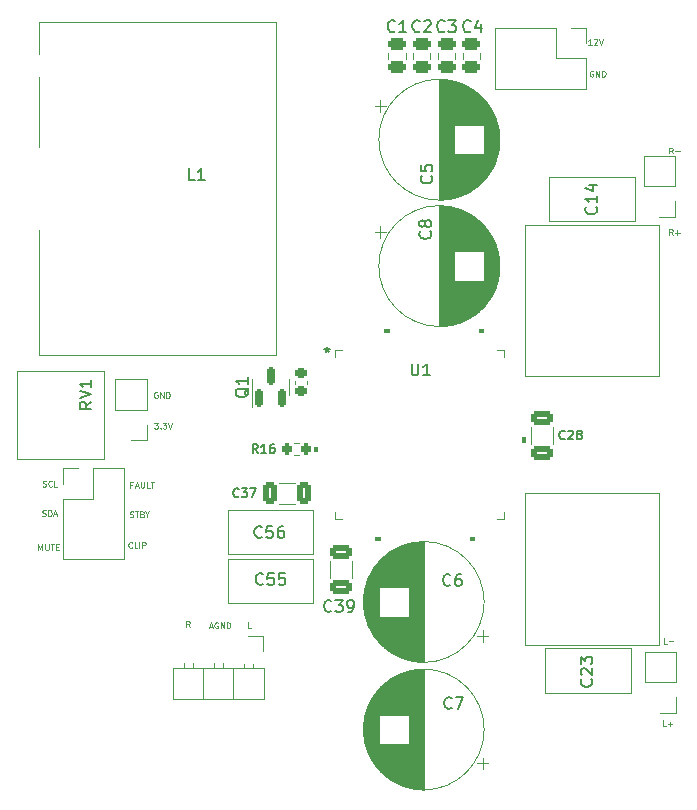
<source format=gto>
G04 #@! TF.GenerationSoftware,KiCad,Pcbnew,(6.0.1)*
G04 #@! TF.CreationDate,2022-06-09T13:55:52-07:00*
G04 #@! TF.ProjectId,AudioAmpRev1_2,41756469-6f41-46d7-9052-6576315f322e,1.2*
G04 #@! TF.SameCoordinates,Original*
G04 #@! TF.FileFunction,Legend,Top*
G04 #@! TF.FilePolarity,Positive*
%FSLAX46Y46*%
G04 Gerber Fmt 4.6, Leading zero omitted, Abs format (unit mm)*
G04 Created by KiCad (PCBNEW (6.0.1)) date 2022-06-09 13:55:52*
%MOMM*%
%LPD*%
G01*
G04 APERTURE LIST*
G04 Aperture macros list*
%AMRoundRect*
0 Rectangle with rounded corners*
0 $1 Rounding radius*
0 $2 $3 $4 $5 $6 $7 $8 $9 X,Y pos of 4 corners*
0 Add a 4 corners polygon primitive as box body*
4,1,4,$2,$3,$4,$5,$6,$7,$8,$9,$2,$3,0*
0 Add four circle primitives for the rounded corners*
1,1,$1+$1,$2,$3*
1,1,$1+$1,$4,$5*
1,1,$1+$1,$6,$7*
1,1,$1+$1,$8,$9*
0 Add four rect primitives between the rounded corners*
20,1,$1+$1,$2,$3,$4,$5,0*
20,1,$1+$1,$4,$5,$6,$7,0*
20,1,$1+$1,$6,$7,$8,$9,0*
20,1,$1+$1,$8,$9,$2,$3,0*%
G04 Aperture macros list end*
%ADD10C,0.125000*%
%ADD11C,0.150000*%
%ADD12C,0.120000*%
%ADD13C,0.100000*%
%ADD14R,4.550000X5.500000*%
%ADD15R,4.550000X5.300000*%
%ADD16C,1.600000*%
%ADD17RoundRect,0.200000X-0.200000X-0.275000X0.200000X-0.275000X0.200000X0.275000X-0.200000X0.275000X0*%
%ADD18R,2.000000X2.000000*%
%ADD19C,2.000000*%
%ADD20R,1.700000X1.700000*%
%ADD21O,1.700000X1.700000*%
%ADD22RoundRect,0.150000X0.150000X-0.587500X0.150000X0.587500X-0.150000X0.587500X-0.150000X-0.587500X0*%
%ADD23R,1.404099X0.456400*%
%ADD24R,0.456400X1.404099*%
%ADD25C,0.508000*%
%ADD26RoundRect,0.250000X0.650000X-0.325000X0.650000X0.325000X-0.650000X0.325000X-0.650000X-0.325000X0*%
%ADD27RoundRect,0.250000X-0.325000X-0.650000X0.325000X-0.650000X0.325000X0.650000X-0.325000X0.650000X0*%
%ADD28C,2.500000*%
%ADD29RoundRect,0.250000X-0.650000X0.325000X-0.650000X-0.325000X0.650000X-0.325000X0.650000X0.325000X0*%
%ADD30RoundRect,0.250000X-0.475000X0.250000X-0.475000X-0.250000X0.475000X-0.250000X0.475000X0.250000X0*%
%ADD31C,1.498600*%
%ADD32R,5.588000X5.334000*%
%ADD33R,5.283200X6.350000*%
%ADD34RoundRect,0.225000X-0.250000X0.225000X-0.250000X-0.225000X0.250000X-0.225000X0.250000X0.225000X0*%
G04 APERTURE END LIST*
D10*
X107002380Y-106464285D02*
X106835714Y-106464285D01*
X106835714Y-106726190D02*
X106835714Y-106226190D01*
X107073809Y-106226190D01*
X107240476Y-106583333D02*
X107478571Y-106583333D01*
X107192857Y-106726190D02*
X107359523Y-106226190D01*
X107526190Y-106726190D01*
X107692857Y-106226190D02*
X107692857Y-106630952D01*
X107716666Y-106678571D01*
X107740476Y-106702380D01*
X107788095Y-106726190D01*
X107883333Y-106726190D01*
X107930952Y-106702380D01*
X107954761Y-106678571D01*
X107978571Y-106630952D01*
X107978571Y-106226190D01*
X108454761Y-106726190D02*
X108216666Y-106726190D01*
X108216666Y-106226190D01*
X108550000Y-106226190D02*
X108835714Y-106226190D01*
X108692857Y-106726190D02*
X108692857Y-106226190D01*
X99404761Y-106602380D02*
X99476190Y-106626190D01*
X99595238Y-106626190D01*
X99642857Y-106602380D01*
X99666666Y-106578571D01*
X99690476Y-106530952D01*
X99690476Y-106483333D01*
X99666666Y-106435714D01*
X99642857Y-106411904D01*
X99595238Y-106388095D01*
X99500000Y-106364285D01*
X99452380Y-106340476D01*
X99428571Y-106316666D01*
X99404761Y-106269047D01*
X99404761Y-106221428D01*
X99428571Y-106173809D01*
X99452380Y-106150000D01*
X99500000Y-106126190D01*
X99619047Y-106126190D01*
X99690476Y-106150000D01*
X100190476Y-106578571D02*
X100166666Y-106602380D01*
X100095238Y-106626190D01*
X100047619Y-106626190D01*
X99976190Y-106602380D01*
X99928571Y-106554761D01*
X99904761Y-106507142D01*
X99880952Y-106411904D01*
X99880952Y-106340476D01*
X99904761Y-106245238D01*
X99928571Y-106197619D01*
X99976190Y-106150000D01*
X100047619Y-106126190D01*
X100095238Y-106126190D01*
X100166666Y-106150000D01*
X100190476Y-106173809D01*
X100642857Y-106626190D02*
X100404761Y-106626190D01*
X100404761Y-106126190D01*
X146019047Y-71450000D02*
X145971428Y-71426190D01*
X145900000Y-71426190D01*
X145828571Y-71450000D01*
X145780952Y-71497619D01*
X145757142Y-71545238D01*
X145733333Y-71640476D01*
X145733333Y-71711904D01*
X145757142Y-71807142D01*
X145780952Y-71854761D01*
X145828571Y-71902380D01*
X145900000Y-71926190D01*
X145947619Y-71926190D01*
X146019047Y-71902380D01*
X146042857Y-71878571D01*
X146042857Y-71711904D01*
X145947619Y-71711904D01*
X146257142Y-71926190D02*
X146257142Y-71426190D01*
X146542857Y-71926190D01*
X146542857Y-71426190D01*
X146780952Y-71926190D02*
X146780952Y-71426190D01*
X146900000Y-71426190D01*
X146971428Y-71450000D01*
X147019047Y-71497619D01*
X147042857Y-71545238D01*
X147066666Y-71640476D01*
X147066666Y-71711904D01*
X147042857Y-71807142D01*
X147019047Y-71854761D01*
X146971428Y-71902380D01*
X146900000Y-71926190D01*
X146780952Y-71926190D01*
X117054761Y-118626190D02*
X116816666Y-118626190D01*
X116816666Y-118126190D01*
X108861904Y-101226190D02*
X109171428Y-101226190D01*
X109004761Y-101416666D01*
X109076190Y-101416666D01*
X109123809Y-101440476D01*
X109147619Y-101464285D01*
X109171428Y-101511904D01*
X109171428Y-101630952D01*
X109147619Y-101678571D01*
X109123809Y-101702380D01*
X109076190Y-101726190D01*
X108933333Y-101726190D01*
X108885714Y-101702380D01*
X108861904Y-101678571D01*
X109385714Y-101678571D02*
X109409523Y-101702380D01*
X109385714Y-101726190D01*
X109361904Y-101702380D01*
X109385714Y-101678571D01*
X109385714Y-101726190D01*
X109576190Y-101226190D02*
X109885714Y-101226190D01*
X109719047Y-101416666D01*
X109790476Y-101416666D01*
X109838095Y-101440476D01*
X109861904Y-101464285D01*
X109885714Y-101511904D01*
X109885714Y-101630952D01*
X109861904Y-101678571D01*
X109838095Y-101702380D01*
X109790476Y-101726190D01*
X109647619Y-101726190D01*
X109600000Y-101702380D01*
X109576190Y-101678571D01*
X110028571Y-101226190D02*
X110195238Y-101726190D01*
X110361904Y-101226190D01*
X152145238Y-126926190D02*
X151907142Y-126926190D01*
X151907142Y-126426190D01*
X152311904Y-126735714D02*
X152692857Y-126735714D01*
X152502380Y-126926190D02*
X152502380Y-126545238D01*
X109119047Y-98650000D02*
X109071428Y-98626190D01*
X109000000Y-98626190D01*
X108928571Y-98650000D01*
X108880952Y-98697619D01*
X108857142Y-98745238D01*
X108833333Y-98840476D01*
X108833333Y-98911904D01*
X108857142Y-99007142D01*
X108880952Y-99054761D01*
X108928571Y-99102380D01*
X109000000Y-99126190D01*
X109047619Y-99126190D01*
X109119047Y-99102380D01*
X109142857Y-99078571D01*
X109142857Y-98911904D01*
X109047619Y-98911904D01*
X109357142Y-99126190D02*
X109357142Y-98626190D01*
X109642857Y-99126190D01*
X109642857Y-98626190D01*
X109880952Y-99126190D02*
X109880952Y-98626190D01*
X110000000Y-98626190D01*
X110071428Y-98650000D01*
X110119047Y-98697619D01*
X110142857Y-98745238D01*
X110166666Y-98840476D01*
X110166666Y-98911904D01*
X110142857Y-99007142D01*
X110119047Y-99054761D01*
X110071428Y-99102380D01*
X110000000Y-99126190D01*
X109880952Y-99126190D01*
X106802380Y-109202380D02*
X106873809Y-109226190D01*
X106992857Y-109226190D01*
X107040476Y-109202380D01*
X107064285Y-109178571D01*
X107088095Y-109130952D01*
X107088095Y-109083333D01*
X107064285Y-109035714D01*
X107040476Y-109011904D01*
X106992857Y-108988095D01*
X106897619Y-108964285D01*
X106850000Y-108940476D01*
X106826190Y-108916666D01*
X106802380Y-108869047D01*
X106802380Y-108821428D01*
X106826190Y-108773809D01*
X106850000Y-108750000D01*
X106897619Y-108726190D01*
X107016666Y-108726190D01*
X107088095Y-108750000D01*
X107230952Y-108726190D02*
X107516666Y-108726190D01*
X107373809Y-109226190D02*
X107373809Y-108726190D01*
X107850000Y-108964285D02*
X107921428Y-108988095D01*
X107945238Y-109011904D01*
X107969047Y-109059523D01*
X107969047Y-109130952D01*
X107945238Y-109178571D01*
X107921428Y-109202380D01*
X107873809Y-109226190D01*
X107683333Y-109226190D01*
X107683333Y-108726190D01*
X107850000Y-108726190D01*
X107897619Y-108750000D01*
X107921428Y-108773809D01*
X107945238Y-108821428D01*
X107945238Y-108869047D01*
X107921428Y-108916666D01*
X107897619Y-108940476D01*
X107850000Y-108964285D01*
X107683333Y-108964285D01*
X108278571Y-108988095D02*
X108278571Y-109226190D01*
X108111904Y-108726190D02*
X108278571Y-108988095D01*
X108445238Y-108726190D01*
X106983333Y-111778571D02*
X106959523Y-111802380D01*
X106888095Y-111826190D01*
X106840476Y-111826190D01*
X106769047Y-111802380D01*
X106721428Y-111754761D01*
X106697619Y-111707142D01*
X106673809Y-111611904D01*
X106673809Y-111540476D01*
X106697619Y-111445238D01*
X106721428Y-111397619D01*
X106769047Y-111350000D01*
X106840476Y-111326190D01*
X106888095Y-111326190D01*
X106959523Y-111350000D01*
X106983333Y-111373809D01*
X107435714Y-111826190D02*
X107197619Y-111826190D01*
X107197619Y-111326190D01*
X107602380Y-111826190D02*
X107602380Y-111326190D01*
X107840476Y-111826190D02*
X107840476Y-111326190D01*
X108030952Y-111326190D01*
X108078571Y-111350000D01*
X108102380Y-111373809D01*
X108126190Y-111421428D01*
X108126190Y-111492857D01*
X108102380Y-111540476D01*
X108078571Y-111564285D01*
X108030952Y-111588095D01*
X107840476Y-111588095D01*
X111854761Y-118526190D02*
X111688095Y-118288095D01*
X111569047Y-118526190D02*
X111569047Y-118026190D01*
X111759523Y-118026190D01*
X111807142Y-118050000D01*
X111830952Y-118073809D01*
X111854761Y-118121428D01*
X111854761Y-118192857D01*
X111830952Y-118240476D01*
X111807142Y-118264285D01*
X111759523Y-118288095D01*
X111569047Y-118288095D01*
X152745238Y-78426190D02*
X152578571Y-78188095D01*
X152459523Y-78426190D02*
X152459523Y-77926190D01*
X152650000Y-77926190D01*
X152697619Y-77950000D01*
X152721428Y-77973809D01*
X152745238Y-78021428D01*
X152745238Y-78092857D01*
X152721428Y-78140476D01*
X152697619Y-78164285D01*
X152650000Y-78188095D01*
X152459523Y-78188095D01*
X152959523Y-78235714D02*
X153340476Y-78235714D01*
X99392857Y-109102380D02*
X99464285Y-109126190D01*
X99583333Y-109126190D01*
X99630952Y-109102380D01*
X99654761Y-109078571D01*
X99678571Y-109030952D01*
X99678571Y-108983333D01*
X99654761Y-108935714D01*
X99630952Y-108911904D01*
X99583333Y-108888095D01*
X99488095Y-108864285D01*
X99440476Y-108840476D01*
X99416666Y-108816666D01*
X99392857Y-108769047D01*
X99392857Y-108721428D01*
X99416666Y-108673809D01*
X99440476Y-108650000D01*
X99488095Y-108626190D01*
X99607142Y-108626190D01*
X99678571Y-108650000D01*
X99892857Y-109126190D02*
X99892857Y-108626190D01*
X100011904Y-108626190D01*
X100083333Y-108650000D01*
X100130952Y-108697619D01*
X100154761Y-108745238D01*
X100178571Y-108840476D01*
X100178571Y-108911904D01*
X100154761Y-109007142D01*
X100130952Y-109054761D01*
X100083333Y-109102380D01*
X100011904Y-109126190D01*
X99892857Y-109126190D01*
X100369047Y-108983333D02*
X100607142Y-108983333D01*
X100321428Y-109126190D02*
X100488095Y-108626190D01*
X100654761Y-109126190D01*
X152745238Y-85326190D02*
X152578571Y-85088095D01*
X152459523Y-85326190D02*
X152459523Y-84826190D01*
X152650000Y-84826190D01*
X152697619Y-84850000D01*
X152721428Y-84873809D01*
X152745238Y-84921428D01*
X152745238Y-84992857D01*
X152721428Y-85040476D01*
X152697619Y-85064285D01*
X152650000Y-85088095D01*
X152459523Y-85088095D01*
X152959523Y-85135714D02*
X153340476Y-85135714D01*
X153150000Y-85326190D02*
X153150000Y-84945238D01*
X145890476Y-69226190D02*
X145604761Y-69226190D01*
X145747619Y-69226190D02*
X145747619Y-68726190D01*
X145700000Y-68797619D01*
X145652380Y-68845238D01*
X145604761Y-68869047D01*
X146080952Y-68773809D02*
X146104761Y-68750000D01*
X146152380Y-68726190D01*
X146271428Y-68726190D01*
X146319047Y-68750000D01*
X146342857Y-68773809D01*
X146366666Y-68821428D01*
X146366666Y-68869047D01*
X146342857Y-68940476D01*
X146057142Y-69226190D01*
X146366666Y-69226190D01*
X146509523Y-68726190D02*
X146676190Y-69226190D01*
X146842857Y-68726190D01*
X113519047Y-118483333D02*
X113757142Y-118483333D01*
X113471428Y-118626190D02*
X113638095Y-118126190D01*
X113804761Y-118626190D01*
X114233333Y-118150000D02*
X114185714Y-118126190D01*
X114114285Y-118126190D01*
X114042857Y-118150000D01*
X113995238Y-118197619D01*
X113971428Y-118245238D01*
X113947619Y-118340476D01*
X113947619Y-118411904D01*
X113971428Y-118507142D01*
X113995238Y-118554761D01*
X114042857Y-118602380D01*
X114114285Y-118626190D01*
X114161904Y-118626190D01*
X114233333Y-118602380D01*
X114257142Y-118578571D01*
X114257142Y-118411904D01*
X114161904Y-118411904D01*
X114471428Y-118626190D02*
X114471428Y-118126190D01*
X114757142Y-118626190D01*
X114757142Y-118126190D01*
X114995238Y-118626190D02*
X114995238Y-118126190D01*
X115114285Y-118126190D01*
X115185714Y-118150000D01*
X115233333Y-118197619D01*
X115257142Y-118245238D01*
X115280952Y-118340476D01*
X115280952Y-118411904D01*
X115257142Y-118507142D01*
X115233333Y-118554761D01*
X115185714Y-118602380D01*
X115114285Y-118626190D01*
X114995238Y-118626190D01*
X152245238Y-119926190D02*
X152007142Y-119926190D01*
X152007142Y-119426190D01*
X152411904Y-119735714D02*
X152792857Y-119735714D01*
X99054761Y-112026190D02*
X99054761Y-111526190D01*
X99221428Y-111883333D01*
X99388095Y-111526190D01*
X99388095Y-112026190D01*
X99626190Y-111526190D02*
X99626190Y-111930952D01*
X99650000Y-111978571D01*
X99673809Y-112002380D01*
X99721428Y-112026190D01*
X99816666Y-112026190D01*
X99864285Y-112002380D01*
X99888095Y-111978571D01*
X99911904Y-111930952D01*
X99911904Y-111526190D01*
X100078571Y-111526190D02*
X100364285Y-111526190D01*
X100221428Y-112026190D02*
X100221428Y-111526190D01*
X100530952Y-111764285D02*
X100697619Y-111764285D01*
X100769047Y-112026190D02*
X100530952Y-112026190D01*
X100530952Y-111526190D01*
X100769047Y-111526190D01*
D11*
X146257142Y-82942857D02*
X146304761Y-82990476D01*
X146352380Y-83133333D01*
X146352380Y-83228571D01*
X146304761Y-83371428D01*
X146209523Y-83466666D01*
X146114285Y-83514285D01*
X145923809Y-83561904D01*
X145780952Y-83561904D01*
X145590476Y-83514285D01*
X145495238Y-83466666D01*
X145400000Y-83371428D01*
X145352380Y-83228571D01*
X145352380Y-83133333D01*
X145400000Y-82990476D01*
X145447619Y-82942857D01*
X146352380Y-81990476D02*
X146352380Y-82561904D01*
X146352380Y-82276190D02*
X145352380Y-82276190D01*
X145495238Y-82371428D01*
X145590476Y-82466666D01*
X145638095Y-82561904D01*
X145685714Y-81133333D02*
X146352380Y-81133333D01*
X145304761Y-81371428D02*
X146019047Y-81609523D01*
X146019047Y-80990476D01*
X117617857Y-103791784D02*
X117367857Y-103434641D01*
X117189285Y-103791784D02*
X117189285Y-103041784D01*
X117475000Y-103041784D01*
X117546428Y-103077499D01*
X117582142Y-103113213D01*
X117617857Y-103184641D01*
X117617857Y-103291784D01*
X117582142Y-103363213D01*
X117546428Y-103398927D01*
X117475000Y-103434641D01*
X117189285Y-103434641D01*
X118332142Y-103791784D02*
X117903571Y-103791784D01*
X118117857Y-103791784D02*
X118117857Y-103041784D01*
X118046428Y-103148927D01*
X117975000Y-103220356D01*
X117903571Y-103256070D01*
X118975000Y-103041784D02*
X118832142Y-103041784D01*
X118760714Y-103077499D01*
X118725000Y-103113213D01*
X118653571Y-103220356D01*
X118617857Y-103363213D01*
X118617857Y-103648927D01*
X118653571Y-103720356D01*
X118689285Y-103756070D01*
X118760714Y-103791784D01*
X118903571Y-103791784D01*
X118975000Y-103756070D01*
X119010714Y-103720356D01*
X119046428Y-103648927D01*
X119046428Y-103470356D01*
X119010714Y-103398927D01*
X118975000Y-103363213D01*
X118903571Y-103327499D01*
X118760714Y-103327499D01*
X118689285Y-103363213D01*
X118653571Y-103398927D01*
X118617857Y-103470356D01*
X118057142Y-114857142D02*
X118009523Y-114904761D01*
X117866666Y-114952380D01*
X117771428Y-114952380D01*
X117628571Y-114904761D01*
X117533333Y-114809523D01*
X117485714Y-114714285D01*
X117438095Y-114523809D01*
X117438095Y-114380952D01*
X117485714Y-114190476D01*
X117533333Y-114095238D01*
X117628571Y-114000000D01*
X117771428Y-113952380D01*
X117866666Y-113952380D01*
X118009523Y-114000000D01*
X118057142Y-114047619D01*
X118961904Y-113952380D02*
X118485714Y-113952380D01*
X118438095Y-114428571D01*
X118485714Y-114380952D01*
X118580952Y-114333333D01*
X118819047Y-114333333D01*
X118914285Y-114380952D01*
X118961904Y-114428571D01*
X119009523Y-114523809D01*
X119009523Y-114761904D01*
X118961904Y-114857142D01*
X118914285Y-114904761D01*
X118819047Y-114952380D01*
X118580952Y-114952380D01*
X118485714Y-114904761D01*
X118438095Y-114857142D01*
X119914285Y-113952380D02*
X119438095Y-113952380D01*
X119390476Y-114428571D01*
X119438095Y-114380952D01*
X119533333Y-114333333D01*
X119771428Y-114333333D01*
X119866666Y-114380952D01*
X119914285Y-114428571D01*
X119961904Y-114523809D01*
X119961904Y-114761904D01*
X119914285Y-114857142D01*
X119866666Y-114904761D01*
X119771428Y-114952380D01*
X119533333Y-114952380D01*
X119438095Y-114904761D01*
X119390476Y-114857142D01*
X134033333Y-125357142D02*
X133985714Y-125404761D01*
X133842857Y-125452380D01*
X133747619Y-125452380D01*
X133604761Y-125404761D01*
X133509523Y-125309523D01*
X133461904Y-125214285D01*
X133414285Y-125023809D01*
X133414285Y-124880952D01*
X133461904Y-124690476D01*
X133509523Y-124595238D01*
X133604761Y-124500000D01*
X133747619Y-124452380D01*
X133842857Y-124452380D01*
X133985714Y-124500000D01*
X134033333Y-124547619D01*
X134366666Y-124452380D02*
X135033333Y-124452380D01*
X134604761Y-125452380D01*
X132214042Y-85023666D02*
X132261661Y-85071285D01*
X132309280Y-85214142D01*
X132309280Y-85309380D01*
X132261661Y-85452238D01*
X132166423Y-85547476D01*
X132071185Y-85595095D01*
X131880709Y-85642714D01*
X131737852Y-85642714D01*
X131547376Y-85595095D01*
X131452138Y-85547476D01*
X131356900Y-85452238D01*
X131309280Y-85309380D01*
X131309280Y-85214142D01*
X131356900Y-85071285D01*
X131404519Y-85023666D01*
X131737852Y-84452238D02*
X131690233Y-84547476D01*
X131642614Y-84595095D01*
X131547376Y-84642714D01*
X131499757Y-84642714D01*
X131404519Y-84595095D01*
X131356900Y-84547476D01*
X131309280Y-84452238D01*
X131309280Y-84261761D01*
X131356900Y-84166523D01*
X131404519Y-84118904D01*
X131499757Y-84071285D01*
X131547376Y-84071285D01*
X131642614Y-84118904D01*
X131690233Y-84166523D01*
X131737852Y-84261761D01*
X131737852Y-84452238D01*
X131785471Y-84547476D01*
X131833090Y-84595095D01*
X131928328Y-84642714D01*
X132118804Y-84642714D01*
X132214042Y-84595095D01*
X132261661Y-84547476D01*
X132309280Y-84452238D01*
X132309280Y-84261761D01*
X132261661Y-84166523D01*
X132214042Y-84118904D01*
X132118804Y-84071285D01*
X131928328Y-84071285D01*
X131833090Y-84118904D01*
X131785471Y-84166523D01*
X131737852Y-84261761D01*
X116847619Y-98295238D02*
X116800000Y-98390476D01*
X116704761Y-98485714D01*
X116561904Y-98628571D01*
X116514285Y-98723809D01*
X116514285Y-98819047D01*
X116752380Y-98771428D02*
X116704761Y-98866666D01*
X116609523Y-98961904D01*
X116419047Y-99009523D01*
X116085714Y-99009523D01*
X115895238Y-98961904D01*
X115800000Y-98866666D01*
X115752380Y-98771428D01*
X115752380Y-98580952D01*
X115800000Y-98485714D01*
X115895238Y-98390476D01*
X116085714Y-98342857D01*
X116419047Y-98342857D01*
X116609523Y-98390476D01*
X116704761Y-98485714D01*
X116752380Y-98580952D01*
X116752380Y-98771428D01*
X116752380Y-97390476D02*
X116752380Y-97961904D01*
X116752380Y-97676190D02*
X115752380Y-97676190D01*
X115895238Y-97771428D01*
X115990476Y-97866666D01*
X116038095Y-97961904D01*
X130638095Y-96212780D02*
X130638095Y-97022304D01*
X130685714Y-97117542D01*
X130733333Y-97165161D01*
X130828571Y-97212780D01*
X131019047Y-97212780D01*
X131114285Y-97165161D01*
X131161904Y-97117542D01*
X131209523Y-97022304D01*
X131209523Y-96212780D01*
X132209523Y-97212780D02*
X131638095Y-97212780D01*
X131923809Y-97212780D02*
X131923809Y-96212780D01*
X131828571Y-96355638D01*
X131733333Y-96450876D01*
X131638095Y-96498495D01*
X123500000Y-94812780D02*
X123500000Y-95050876D01*
X123261904Y-94955638D02*
X123500000Y-95050876D01*
X123738095Y-94955638D01*
X123357142Y-95241352D02*
X123500000Y-95050876D01*
X123642857Y-95241352D01*
X123857142Y-117157142D02*
X123809523Y-117204761D01*
X123666666Y-117252380D01*
X123571428Y-117252380D01*
X123428571Y-117204761D01*
X123333333Y-117109523D01*
X123285714Y-117014285D01*
X123238095Y-116823809D01*
X123238095Y-116680952D01*
X123285714Y-116490476D01*
X123333333Y-116395238D01*
X123428571Y-116300000D01*
X123571428Y-116252380D01*
X123666666Y-116252380D01*
X123809523Y-116300000D01*
X123857142Y-116347619D01*
X124190476Y-116252380D02*
X124809523Y-116252380D01*
X124476190Y-116633333D01*
X124619047Y-116633333D01*
X124714285Y-116680952D01*
X124761904Y-116728571D01*
X124809523Y-116823809D01*
X124809523Y-117061904D01*
X124761904Y-117157142D01*
X124714285Y-117204761D01*
X124619047Y-117252380D01*
X124333333Y-117252380D01*
X124238095Y-117204761D01*
X124190476Y-117157142D01*
X125285714Y-117252380D02*
X125476190Y-117252380D01*
X125571428Y-117204761D01*
X125619047Y-117157142D01*
X125714285Y-117014285D01*
X125761904Y-116823809D01*
X125761904Y-116442857D01*
X125714285Y-116347619D01*
X125666666Y-116300000D01*
X125571428Y-116252380D01*
X125380952Y-116252380D01*
X125285714Y-116300000D01*
X125238095Y-116347619D01*
X125190476Y-116442857D01*
X125190476Y-116680952D01*
X125238095Y-116776190D01*
X125285714Y-116823809D01*
X125380952Y-116871428D01*
X125571428Y-116871428D01*
X125666666Y-116823809D01*
X125714285Y-116776190D01*
X125761904Y-116680952D01*
X116017857Y-107467857D02*
X115982142Y-107503571D01*
X115875000Y-107539285D01*
X115803571Y-107539285D01*
X115696428Y-107503571D01*
X115625000Y-107432142D01*
X115589285Y-107360714D01*
X115553571Y-107217857D01*
X115553571Y-107110714D01*
X115589285Y-106967857D01*
X115625000Y-106896428D01*
X115696428Y-106825000D01*
X115803571Y-106789285D01*
X115875000Y-106789285D01*
X115982142Y-106825000D01*
X116017857Y-106860714D01*
X116267857Y-106789285D02*
X116732142Y-106789285D01*
X116482142Y-107075000D01*
X116589285Y-107075000D01*
X116660714Y-107110714D01*
X116696428Y-107146428D01*
X116732142Y-107217857D01*
X116732142Y-107396428D01*
X116696428Y-107467857D01*
X116660714Y-107503571D01*
X116589285Y-107539285D01*
X116375000Y-107539285D01*
X116303571Y-107503571D01*
X116267857Y-107467857D01*
X116982142Y-106789285D02*
X117482142Y-106789285D01*
X117160714Y-107539285D01*
X145857142Y-122942857D02*
X145904761Y-122990476D01*
X145952380Y-123133333D01*
X145952380Y-123228571D01*
X145904761Y-123371428D01*
X145809523Y-123466666D01*
X145714285Y-123514285D01*
X145523809Y-123561904D01*
X145380952Y-123561904D01*
X145190476Y-123514285D01*
X145095238Y-123466666D01*
X145000000Y-123371428D01*
X144952380Y-123228571D01*
X144952380Y-123133333D01*
X145000000Y-122990476D01*
X145047619Y-122942857D01*
X145047619Y-122561904D02*
X145000000Y-122514285D01*
X144952380Y-122419047D01*
X144952380Y-122180952D01*
X145000000Y-122085714D01*
X145047619Y-122038095D01*
X145142857Y-121990476D01*
X145238095Y-121990476D01*
X145380952Y-122038095D01*
X145952380Y-122609523D01*
X145952380Y-121990476D01*
X144952380Y-121657142D02*
X144952380Y-121038095D01*
X145333333Y-121371428D01*
X145333333Y-121228571D01*
X145380952Y-121133333D01*
X145428571Y-121085714D01*
X145523809Y-121038095D01*
X145761904Y-121038095D01*
X145857142Y-121085714D01*
X145904761Y-121133333D01*
X145952380Y-121228571D01*
X145952380Y-121514285D01*
X145904761Y-121609523D01*
X145857142Y-121657142D01*
X143617857Y-102567857D02*
X143582142Y-102603571D01*
X143475000Y-102639285D01*
X143403571Y-102639285D01*
X143296428Y-102603571D01*
X143225000Y-102532142D01*
X143189285Y-102460714D01*
X143153571Y-102317857D01*
X143153571Y-102210714D01*
X143189285Y-102067857D01*
X143225000Y-101996428D01*
X143296428Y-101925000D01*
X143403571Y-101889285D01*
X143475000Y-101889285D01*
X143582142Y-101925000D01*
X143617857Y-101960714D01*
X143903571Y-101960714D02*
X143939285Y-101925000D01*
X144010714Y-101889285D01*
X144189285Y-101889285D01*
X144260714Y-101925000D01*
X144296428Y-101960714D01*
X144332142Y-102032142D01*
X144332142Y-102103571D01*
X144296428Y-102210714D01*
X143867857Y-102639285D01*
X144332142Y-102639285D01*
X144760714Y-102210714D02*
X144689285Y-102175000D01*
X144653571Y-102139285D01*
X144617857Y-102067857D01*
X144617857Y-102032142D01*
X144653571Y-101960714D01*
X144689285Y-101925000D01*
X144760714Y-101889285D01*
X144903571Y-101889285D01*
X144975000Y-101925000D01*
X145010714Y-101960714D01*
X145046428Y-102032142D01*
X145046428Y-102067857D01*
X145010714Y-102139285D01*
X144975000Y-102175000D01*
X144903571Y-102210714D01*
X144760714Y-102210714D01*
X144689285Y-102246428D01*
X144653571Y-102282142D01*
X144617857Y-102353571D01*
X144617857Y-102496428D01*
X144653571Y-102567857D01*
X144689285Y-102603571D01*
X144760714Y-102639285D01*
X144903571Y-102639285D01*
X144975000Y-102603571D01*
X145010714Y-102567857D01*
X145046428Y-102496428D01*
X145046428Y-102353571D01*
X145010714Y-102282142D01*
X144975000Y-102246428D01*
X144903571Y-102210714D01*
X129233333Y-68057142D02*
X129185714Y-68104761D01*
X129042857Y-68152380D01*
X128947619Y-68152380D01*
X128804761Y-68104761D01*
X128709523Y-68009523D01*
X128661904Y-67914285D01*
X128614285Y-67723809D01*
X128614285Y-67580952D01*
X128661904Y-67390476D01*
X128709523Y-67295238D01*
X128804761Y-67200000D01*
X128947619Y-67152380D01*
X129042857Y-67152380D01*
X129185714Y-67200000D01*
X129233333Y-67247619D01*
X130185714Y-68152380D02*
X129614285Y-68152380D01*
X129900000Y-68152380D02*
X129900000Y-67152380D01*
X129804761Y-67295238D01*
X129709523Y-67390476D01*
X129614285Y-67438095D01*
X133933333Y-114957142D02*
X133885714Y-115004761D01*
X133742857Y-115052380D01*
X133647619Y-115052380D01*
X133504761Y-115004761D01*
X133409523Y-114909523D01*
X133361904Y-114814285D01*
X133314285Y-114623809D01*
X133314285Y-114480952D01*
X133361904Y-114290476D01*
X133409523Y-114195238D01*
X133504761Y-114100000D01*
X133647619Y-114052380D01*
X133742857Y-114052380D01*
X133885714Y-114100000D01*
X133933333Y-114147619D01*
X134790476Y-114052380D02*
X134600000Y-114052380D01*
X134504761Y-114100000D01*
X134457142Y-114147619D01*
X134361904Y-114290476D01*
X134314285Y-114480952D01*
X134314285Y-114861904D01*
X134361904Y-114957142D01*
X134409523Y-115004761D01*
X134504761Y-115052380D01*
X134695238Y-115052380D01*
X134790476Y-115004761D01*
X134838095Y-114957142D01*
X134885714Y-114861904D01*
X134885714Y-114623809D01*
X134838095Y-114528571D01*
X134790476Y-114480952D01*
X134695238Y-114433333D01*
X134504761Y-114433333D01*
X134409523Y-114480952D01*
X134361904Y-114528571D01*
X134314285Y-114623809D01*
X103537880Y-99450738D02*
X103061690Y-99784071D01*
X103537880Y-100022166D02*
X102537880Y-100022166D01*
X102537880Y-99641214D01*
X102585500Y-99545976D01*
X102633119Y-99498357D01*
X102728357Y-99450738D01*
X102871214Y-99450738D01*
X102966452Y-99498357D01*
X103014071Y-99545976D01*
X103061690Y-99641214D01*
X103061690Y-100022166D01*
X102537880Y-99165023D02*
X103537880Y-98831690D01*
X102537880Y-98498357D01*
X103537880Y-97641214D02*
X103537880Y-98212642D01*
X103537880Y-97926928D02*
X102537880Y-97926928D01*
X102680738Y-98022166D01*
X102775976Y-98117404D01*
X102823595Y-98212642D01*
X132314042Y-80323666D02*
X132361661Y-80371285D01*
X132409280Y-80514142D01*
X132409280Y-80609380D01*
X132361661Y-80752238D01*
X132266423Y-80847476D01*
X132171185Y-80895095D01*
X131980709Y-80942714D01*
X131837852Y-80942714D01*
X131647376Y-80895095D01*
X131552138Y-80847476D01*
X131456900Y-80752238D01*
X131409280Y-80609380D01*
X131409280Y-80514142D01*
X131456900Y-80371285D01*
X131504519Y-80323666D01*
X131409280Y-79418904D02*
X131409280Y-79895095D01*
X131885471Y-79942714D01*
X131837852Y-79895095D01*
X131790233Y-79799857D01*
X131790233Y-79561761D01*
X131837852Y-79466523D01*
X131885471Y-79418904D01*
X131980709Y-79371285D01*
X132218804Y-79371285D01*
X132314042Y-79418904D01*
X132361661Y-79466523D01*
X132409280Y-79561761D01*
X132409280Y-79799857D01*
X132361661Y-79895095D01*
X132314042Y-79942714D01*
X117957142Y-110877142D02*
X117909523Y-110924761D01*
X117766666Y-110972380D01*
X117671428Y-110972380D01*
X117528571Y-110924761D01*
X117433333Y-110829523D01*
X117385714Y-110734285D01*
X117338095Y-110543809D01*
X117338095Y-110400952D01*
X117385714Y-110210476D01*
X117433333Y-110115238D01*
X117528571Y-110020000D01*
X117671428Y-109972380D01*
X117766666Y-109972380D01*
X117909523Y-110020000D01*
X117957142Y-110067619D01*
X118861904Y-109972380D02*
X118385714Y-109972380D01*
X118338095Y-110448571D01*
X118385714Y-110400952D01*
X118480952Y-110353333D01*
X118719047Y-110353333D01*
X118814285Y-110400952D01*
X118861904Y-110448571D01*
X118909523Y-110543809D01*
X118909523Y-110781904D01*
X118861904Y-110877142D01*
X118814285Y-110924761D01*
X118719047Y-110972380D01*
X118480952Y-110972380D01*
X118385714Y-110924761D01*
X118338095Y-110877142D01*
X119766666Y-109972380D02*
X119576190Y-109972380D01*
X119480952Y-110020000D01*
X119433333Y-110067619D01*
X119338095Y-110210476D01*
X119290476Y-110400952D01*
X119290476Y-110781904D01*
X119338095Y-110877142D01*
X119385714Y-110924761D01*
X119480952Y-110972380D01*
X119671428Y-110972380D01*
X119766666Y-110924761D01*
X119814285Y-110877142D01*
X119861904Y-110781904D01*
X119861904Y-110543809D01*
X119814285Y-110448571D01*
X119766666Y-110400952D01*
X119671428Y-110353333D01*
X119480952Y-110353333D01*
X119385714Y-110400952D01*
X119338095Y-110448571D01*
X119290476Y-110543809D01*
X131333333Y-68057142D02*
X131285714Y-68104761D01*
X131142857Y-68152380D01*
X131047619Y-68152380D01*
X130904761Y-68104761D01*
X130809523Y-68009523D01*
X130761904Y-67914285D01*
X130714285Y-67723809D01*
X130714285Y-67580952D01*
X130761904Y-67390476D01*
X130809523Y-67295238D01*
X130904761Y-67200000D01*
X131047619Y-67152380D01*
X131142857Y-67152380D01*
X131285714Y-67200000D01*
X131333333Y-67247619D01*
X131714285Y-67247619D02*
X131761904Y-67200000D01*
X131857142Y-67152380D01*
X132095238Y-67152380D01*
X132190476Y-67200000D01*
X132238095Y-67247619D01*
X132285714Y-67342857D01*
X132285714Y-67438095D01*
X132238095Y-67580952D01*
X131666666Y-68152380D01*
X132285714Y-68152380D01*
X112282333Y-80672380D02*
X111806142Y-80672380D01*
X111806142Y-79672380D01*
X113139476Y-80672380D02*
X112568047Y-80672380D01*
X112853761Y-80672380D02*
X112853761Y-79672380D01*
X112758523Y-79815238D01*
X112663285Y-79910476D01*
X112568047Y-79958095D01*
X133433333Y-68057142D02*
X133385714Y-68104761D01*
X133242857Y-68152380D01*
X133147619Y-68152380D01*
X133004761Y-68104761D01*
X132909523Y-68009523D01*
X132861904Y-67914285D01*
X132814285Y-67723809D01*
X132814285Y-67580952D01*
X132861904Y-67390476D01*
X132909523Y-67295238D01*
X133004761Y-67200000D01*
X133147619Y-67152380D01*
X133242857Y-67152380D01*
X133385714Y-67200000D01*
X133433333Y-67247619D01*
X133766666Y-67152380D02*
X134385714Y-67152380D01*
X134052380Y-67533333D01*
X134195238Y-67533333D01*
X134290476Y-67580952D01*
X134338095Y-67628571D01*
X134385714Y-67723809D01*
X134385714Y-67961904D01*
X134338095Y-68057142D01*
X134290476Y-68104761D01*
X134195238Y-68152380D01*
X133909523Y-68152380D01*
X133814285Y-68104761D01*
X133766666Y-68057142D01*
X135633333Y-68057142D02*
X135585714Y-68104761D01*
X135442857Y-68152380D01*
X135347619Y-68152380D01*
X135204761Y-68104761D01*
X135109523Y-68009523D01*
X135061904Y-67914285D01*
X135014285Y-67723809D01*
X135014285Y-67580952D01*
X135061904Y-67390476D01*
X135109523Y-67295238D01*
X135204761Y-67200000D01*
X135347619Y-67152380D01*
X135442857Y-67152380D01*
X135585714Y-67200000D01*
X135633333Y-67247619D01*
X136490476Y-67485714D02*
X136490476Y-68152380D01*
X136252380Y-67104761D02*
X136014285Y-67819047D01*
X136633333Y-67819047D01*
D12*
X151575000Y-120040000D02*
X140225000Y-120040000D01*
X140225000Y-120040000D02*
X140225000Y-107200000D01*
X140225000Y-107200000D02*
X151575000Y-107200000D01*
X151575000Y-107200000D02*
X151575000Y-120040000D01*
X140245000Y-84470000D02*
X151595000Y-84470000D01*
X151595000Y-84470000D02*
X151595000Y-97310000D01*
X151595000Y-97310000D02*
X140245000Y-97310000D01*
X140245000Y-97310000D02*
X140245000Y-84470000D01*
X142280000Y-80430000D02*
X142280000Y-84170000D01*
X142280000Y-80430000D02*
X149520000Y-80430000D01*
X149520000Y-80430000D02*
X149520000Y-84170000D01*
X142280000Y-84170000D02*
X149520000Y-84170000D01*
X120651659Y-102929999D02*
X121126175Y-102929999D01*
X120651659Y-103974999D02*
X121126175Y-103974999D01*
X115080000Y-116470000D02*
X122320000Y-116470000D01*
X115080000Y-112730000D02*
X122320000Y-112730000D01*
X115080000Y-112730000D02*
X115080000Y-116470000D01*
X122320000Y-112730000D02*
X122320000Y-116470000D01*
X129546677Y-125959000D02*
X129546677Y-122579000D01*
X129586677Y-131839000D02*
X129586677Y-128441000D01*
X128466677Y-125959000D02*
X128466677Y-123243000D01*
X128946677Y-131498000D02*
X128946677Y-128441000D01*
X128186677Y-125959000D02*
X128186677Y-123484000D01*
X131627677Y-132280000D02*
X131627677Y-122120000D01*
X126666677Y-128262000D02*
X126666677Y-126138000D01*
X128506677Y-131189000D02*
X128506677Y-128441000D01*
X128306677Y-125959000D02*
X128306677Y-123376000D01*
X127066677Y-129409000D02*
X127066677Y-124991000D01*
X130146677Y-132050000D02*
X130146677Y-128441000D01*
X128906677Y-125959000D02*
X128906677Y-122927000D01*
X128386677Y-125959000D02*
X128386677Y-123308000D01*
X129506677Y-125959000D02*
X129506677Y-122597000D01*
X129226677Y-131662000D02*
X129226677Y-128441000D01*
X128786677Y-125959000D02*
X128786677Y-123006000D01*
X129266677Y-125959000D02*
X129266677Y-122717000D01*
X128866677Y-125959000D02*
X128866677Y-122953000D01*
X129666677Y-125959000D02*
X129666677Y-122526000D01*
X130026677Y-132011000D02*
X130026677Y-128441000D01*
X128786677Y-131394000D02*
X128786677Y-128441000D01*
X127666677Y-130356000D02*
X127666677Y-124044000D01*
X128906677Y-131473000D02*
X128906677Y-128441000D01*
X127146677Y-129565000D02*
X127146677Y-124835000D01*
X128626677Y-125959000D02*
X128626677Y-123120000D01*
X129146677Y-125959000D02*
X129146677Y-122783000D01*
X129106677Y-131595000D02*
X129106677Y-128441000D01*
X128026677Y-125959000D02*
X128026677Y-123639000D01*
X129106677Y-125959000D02*
X129106677Y-122805000D01*
X129586677Y-125959000D02*
X129586677Y-122561000D01*
X128266677Y-130989000D02*
X128266677Y-128441000D01*
X128226677Y-130953000D02*
X128226677Y-128441000D01*
X129146677Y-131617000D02*
X129146677Y-128441000D01*
X130826677Y-132211000D02*
X130826677Y-122189000D01*
X129226677Y-125959000D02*
X129226677Y-122738000D01*
X129186677Y-125959000D02*
X129186677Y-122760000D01*
X129826677Y-125959000D02*
X129826677Y-122462000D01*
X130346677Y-125959000D02*
X130346677Y-122293000D01*
X128666677Y-131310000D02*
X128666677Y-128441000D01*
X127506677Y-130145000D02*
X127506677Y-124255000D01*
X126586677Y-127799000D02*
X126586677Y-126601000D01*
X129346677Y-125959000D02*
X129346677Y-122675000D01*
X128586677Y-125959000D02*
X128586677Y-123150000D01*
X127946677Y-125959000D02*
X127946677Y-123722000D01*
X128826677Y-125959000D02*
X128826677Y-122979000D01*
X129626677Y-125959000D02*
X129626677Y-122543000D01*
X129946677Y-125959000D02*
X129946677Y-122417000D01*
X130946677Y-132230000D02*
X130946677Y-122170000D01*
X127106677Y-129489000D02*
X127106677Y-124911000D01*
X129986677Y-131997000D02*
X129986677Y-128441000D01*
X129906677Y-131968000D02*
X129906677Y-128441000D01*
X130266677Y-132085000D02*
X130266677Y-128441000D01*
X128626677Y-131280000D02*
X128626677Y-128441000D01*
X129666677Y-131874000D02*
X129666677Y-128441000D01*
X128146677Y-130879000D02*
X128146677Y-128441000D01*
X130226677Y-125959000D02*
X130226677Y-122326000D01*
X129746677Y-125959000D02*
X129746677Y-122493000D01*
X129546677Y-131821000D02*
X129546677Y-128441000D01*
X130266677Y-125959000D02*
X130266677Y-122315000D01*
X130066677Y-132024000D02*
X130066677Y-128441000D01*
X128106677Y-130840000D02*
X128106677Y-128441000D01*
X129186677Y-131640000D02*
X129186677Y-128441000D01*
X127186677Y-129639000D02*
X127186677Y-124761000D01*
X127546677Y-130200000D02*
X127546677Y-124200000D01*
X130186677Y-125959000D02*
X130186677Y-122338000D01*
X126706677Y-128430000D02*
X126706677Y-125970000D01*
X130106677Y-125959000D02*
X130106677Y-122363000D01*
X130506677Y-132147000D02*
X130506677Y-122253000D01*
X128826677Y-131421000D02*
X128826677Y-128441000D01*
X127026677Y-129325000D02*
X127026677Y-125075000D01*
X127306677Y-129845000D02*
X127306677Y-124555000D01*
X127586677Y-130254000D02*
X127586677Y-124146000D01*
X129426677Y-131764000D02*
X129426677Y-128441000D01*
X129506677Y-131803000D02*
X129506677Y-128441000D01*
X129466677Y-131784000D02*
X129466677Y-128441000D01*
X128466677Y-131157000D02*
X128466677Y-128441000D01*
X127466677Y-130089000D02*
X127466677Y-124311000D01*
X129306677Y-125959000D02*
X129306677Y-122696000D01*
X131587677Y-132280000D02*
X131587677Y-122120000D01*
X130386677Y-125959000D02*
X130386677Y-122282000D01*
X130026677Y-125959000D02*
X130026677Y-122389000D01*
X130306677Y-125959000D02*
X130306677Y-122303000D01*
X130106677Y-132037000D02*
X130106677Y-128441000D01*
X128666677Y-125959000D02*
X128666677Y-123090000D01*
X131227677Y-132262000D02*
X131227677Y-122138000D01*
X129026677Y-131547000D02*
X129026677Y-128441000D01*
X127346677Y-129909000D02*
X127346677Y-124491000D01*
X130706677Y-132190000D02*
X130706677Y-122210000D01*
X130906677Y-132224000D02*
X130906677Y-122176000D01*
X128186677Y-130916000D02*
X128186677Y-128441000D01*
X131347677Y-132270000D02*
X131347677Y-122130000D01*
X127866677Y-130592000D02*
X127866677Y-123808000D01*
X130626677Y-132174000D02*
X130626677Y-122226000D01*
X126906677Y-129046000D02*
X126906677Y-125354000D01*
X128426677Y-125959000D02*
X128426677Y-123275000D01*
X128586677Y-131250000D02*
X128586677Y-128441000D01*
X131147677Y-132254000D02*
X131147677Y-122146000D01*
X136647323Y-130575000D02*
X136647323Y-129575000D01*
X128946677Y-125959000D02*
X128946677Y-122902000D01*
X129706677Y-131890000D02*
X129706677Y-128441000D01*
X130546677Y-132156000D02*
X130546677Y-122244000D01*
X127266677Y-129779000D02*
X127266677Y-124621000D01*
X129066677Y-125959000D02*
X129066677Y-122829000D01*
X131547677Y-132279000D02*
X131547677Y-122121000D01*
X131067677Y-132245000D02*
X131067677Y-122155000D01*
X128986677Y-125959000D02*
X128986677Y-122877000D01*
X130746677Y-132197000D02*
X130746677Y-122203000D01*
X137147323Y-130075000D02*
X136147323Y-130075000D01*
X129026677Y-125959000D02*
X129026677Y-122853000D01*
X131427677Y-132275000D02*
X131427677Y-122125000D01*
X131187677Y-132258000D02*
X131187677Y-122142000D01*
X128226677Y-125959000D02*
X128226677Y-123447000D01*
X129306677Y-131704000D02*
X129306677Y-128441000D01*
X129066677Y-131571000D02*
X129066677Y-128441000D01*
X129386677Y-125959000D02*
X129386677Y-122655000D01*
X128386677Y-131092000D02*
X128386677Y-128441000D01*
X129746677Y-131907000D02*
X129746677Y-128441000D01*
X126746677Y-128578000D02*
X126746677Y-125822000D01*
X131027677Y-132240000D02*
X131027677Y-122160000D01*
X126626677Y-128062000D02*
X126626677Y-126338000D01*
X127786677Y-130501000D02*
X127786677Y-123899000D01*
X128706677Y-131338000D02*
X128706677Y-128441000D01*
X130226677Y-132074000D02*
X130226677Y-128441000D01*
X131467677Y-132277000D02*
X131467677Y-122123000D01*
X128746677Y-125959000D02*
X128746677Y-123034000D01*
X129986677Y-125959000D02*
X129986677Y-122403000D01*
X129866677Y-125959000D02*
X129866677Y-122446000D01*
X129386677Y-131745000D02*
X129386677Y-128441000D01*
X128066677Y-130801000D02*
X128066677Y-128441000D01*
X127226677Y-129710000D02*
X127226677Y-124690000D01*
X128306677Y-131024000D02*
X128306677Y-128441000D01*
X128506677Y-125959000D02*
X128506677Y-123211000D01*
X130186677Y-132062000D02*
X130186677Y-128441000D01*
X126986677Y-129237000D02*
X126986677Y-125163000D01*
X127386677Y-129970000D02*
X127386677Y-124430000D01*
X128706677Y-125959000D02*
X128706677Y-123062000D01*
X128066677Y-125959000D02*
X128066677Y-123599000D01*
X127986677Y-130720000D02*
X127986677Y-128441000D01*
X130306677Y-132097000D02*
X130306677Y-128441000D01*
X127746677Y-130454000D02*
X127746677Y-123946000D01*
X127626677Y-130306000D02*
X127626677Y-124094000D01*
X126866677Y-128942000D02*
X126866677Y-125458000D01*
X131507677Y-132278000D02*
X131507677Y-122122000D01*
X130386677Y-132118000D02*
X130386677Y-128441000D01*
X131307677Y-132268000D02*
X131307677Y-122132000D01*
X128866677Y-131447000D02*
X128866677Y-128441000D01*
X128986677Y-131523000D02*
X128986677Y-128441000D01*
X131667677Y-132280000D02*
X131667677Y-122120000D01*
X127946677Y-130678000D02*
X127946677Y-128441000D01*
X130426677Y-132128000D02*
X130426677Y-122272000D01*
X131387677Y-132273000D02*
X131387677Y-122127000D01*
X128546677Y-131220000D02*
X128546677Y-128441000D01*
X130866677Y-132218000D02*
X130866677Y-122182000D01*
X128266677Y-125959000D02*
X128266677Y-123411000D01*
X129786677Y-125959000D02*
X129786677Y-122477000D01*
X126826677Y-128830000D02*
X126826677Y-125570000D01*
X129826677Y-131938000D02*
X129826677Y-128441000D01*
X129626677Y-131857000D02*
X129626677Y-128441000D01*
X128026677Y-130761000D02*
X128026677Y-128441000D01*
X128426677Y-131125000D02*
X128426677Y-128441000D01*
X128106677Y-125959000D02*
X128106677Y-123560000D01*
X127706677Y-130406000D02*
X127706677Y-123994000D01*
X128346677Y-131058000D02*
X128346677Y-128441000D01*
X128346677Y-125959000D02*
X128346677Y-123342000D01*
X129946677Y-131983000D02*
X129946677Y-128441000D01*
X130346677Y-132107000D02*
X130346677Y-128441000D01*
X128546677Y-125959000D02*
X128546677Y-123180000D01*
X131267677Y-132265000D02*
X131267677Y-122135000D01*
X129346677Y-131725000D02*
X129346677Y-128441000D01*
X130987677Y-132235000D02*
X130987677Y-122165000D01*
X126786677Y-128710000D02*
X126786677Y-125690000D01*
X130586677Y-132165000D02*
X130586677Y-122235000D01*
X129866677Y-131954000D02*
X129866677Y-128441000D01*
X129426677Y-125959000D02*
X129426677Y-122636000D01*
X129266677Y-131683000D02*
X129266677Y-128441000D01*
X129466677Y-125959000D02*
X129466677Y-122616000D01*
X130146677Y-125959000D02*
X130146677Y-122350000D01*
X131107677Y-132250000D02*
X131107677Y-122150000D01*
X130666677Y-132182000D02*
X130666677Y-122218000D01*
X126946677Y-129144000D02*
X126946677Y-125256000D01*
X130466677Y-132138000D02*
X130466677Y-122262000D01*
X127986677Y-125959000D02*
X127986677Y-123680000D01*
X130786677Y-132204000D02*
X130786677Y-122196000D01*
X129706677Y-125959000D02*
X129706677Y-122510000D01*
X128746677Y-131366000D02*
X128746677Y-128441000D01*
X129906677Y-125959000D02*
X129906677Y-122432000D01*
X127826677Y-130547000D02*
X127826677Y-123853000D01*
X127906677Y-130636000D02*
X127906677Y-123764000D01*
X130066677Y-125959000D02*
X130066677Y-122376000D01*
X127426677Y-130030000D02*
X127426677Y-124370000D01*
X128146677Y-125959000D02*
X128146677Y-123521000D01*
X129786677Y-131923000D02*
X129786677Y-128441000D01*
X136787677Y-127200000D02*
G75*
G03*
X136787677Y-127200000I-5120000J0D01*
G01*
X152960000Y-81205000D02*
X152960000Y-78605000D01*
X150300000Y-81205000D02*
X150300000Y-78605000D01*
X152960000Y-81205000D02*
X150300000Y-81205000D01*
X152960000Y-83805000D02*
X151630000Y-83805000D01*
X152960000Y-82475000D02*
X152960000Y-83805000D01*
X152960000Y-78605000D02*
X150300000Y-78605000D01*
X134350223Y-89198000D02*
X134350223Y-92854000D01*
X136670223Y-84437000D02*
X136670223Y-86716000D01*
X137750223Y-86111000D02*
X137750223Y-89803000D01*
X137470223Y-85518000D02*
X137470223Y-90396000D01*
X134470223Y-83095000D02*
X134470223Y-86716000D01*
X135430223Y-83495000D02*
X135430223Y-86716000D01*
X135350223Y-89198000D02*
X135350223Y-92461000D01*
X134910223Y-83250000D02*
X134910223Y-86716000D01*
X135030223Y-89198000D02*
X135030223Y-92614000D01*
X135150223Y-83354000D02*
X135150223Y-86716000D01*
X133389223Y-82892000D02*
X133389223Y-93022000D01*
X136150223Y-89198000D02*
X136150223Y-91946000D01*
X134750223Y-83189000D02*
X134750223Y-86716000D01*
X136030223Y-89198000D02*
X136030223Y-92037000D01*
X134430223Y-83083000D02*
X134430223Y-86716000D01*
X136230223Y-84032000D02*
X136230223Y-86716000D01*
X136030223Y-83877000D02*
X136030223Y-86716000D01*
X135030223Y-83300000D02*
X135030223Y-86716000D01*
X133509223Y-82903000D02*
X133509223Y-93011000D01*
X133910223Y-82960000D02*
X133910223Y-92954000D01*
X136270223Y-84065000D02*
X136270223Y-86716000D01*
X137190223Y-85068000D02*
X137190223Y-90846000D01*
X136990223Y-84801000D02*
X136990223Y-91113000D01*
X133950223Y-82967000D02*
X133950223Y-92947000D01*
X137430223Y-85447000D02*
X137430223Y-90467000D01*
X134230223Y-83029000D02*
X134230223Y-92885000D01*
X136390223Y-84168000D02*
X136390223Y-86716000D01*
X128009577Y-84582000D02*
X128009577Y-85582000D01*
X135550223Y-83562000D02*
X135550223Y-86716000D01*
X133189223Y-82880000D02*
X133189223Y-93034000D01*
X136070223Y-89198000D02*
X136070223Y-92007000D01*
X134310223Y-83050000D02*
X134310223Y-86716000D01*
X138030223Y-87095000D02*
X138030223Y-88819000D01*
X135110223Y-89198000D02*
X135110223Y-92578000D01*
X138070223Y-87358000D02*
X138070223Y-88556000D01*
X135110223Y-83336000D02*
X135110223Y-86716000D01*
X133549223Y-82907000D02*
X133549223Y-93007000D01*
X135550223Y-89198000D02*
X135550223Y-92352000D01*
X133149223Y-82879000D02*
X133149223Y-93035000D01*
X133790223Y-82939000D02*
X133790223Y-92975000D01*
X137790223Y-86215000D02*
X137790223Y-89699000D01*
X134670223Y-83160000D02*
X134670223Y-86716000D01*
X136070223Y-83907000D02*
X136070223Y-86716000D01*
X135310223Y-89198000D02*
X135310223Y-92482000D01*
X134590223Y-89198000D02*
X134590223Y-92781000D01*
X136110223Y-83937000D02*
X136110223Y-86716000D01*
X133750223Y-82933000D02*
X133750223Y-92981000D01*
X135310223Y-83432000D02*
X135310223Y-86716000D01*
X135230223Y-83393000D02*
X135230223Y-86716000D01*
X135270223Y-89198000D02*
X135270223Y-92502000D01*
X134870223Y-83234000D02*
X134870223Y-86716000D01*
X135590223Y-89198000D02*
X135590223Y-92328000D01*
X135710223Y-89198000D02*
X135710223Y-92255000D01*
X133029223Y-82877000D02*
X133029223Y-93037000D01*
X137830223Y-86327000D02*
X137830223Y-89587000D01*
X137550223Y-85668000D02*
X137550223Y-90246000D01*
X133870223Y-82953000D02*
X133870223Y-92961000D01*
X136230223Y-89198000D02*
X136230223Y-91882000D01*
X137630223Y-85832000D02*
X137630223Y-90082000D01*
X136430223Y-84204000D02*
X136430223Y-86716000D01*
X136310223Y-89198000D02*
X136310223Y-91815000D01*
X134750223Y-89198000D02*
X134750223Y-92725000D01*
X135750223Y-89198000D02*
X135750223Y-92230000D01*
X136590223Y-89198000D02*
X136590223Y-91558000D01*
X137110223Y-84957000D02*
X137110223Y-90957000D01*
X136510223Y-84278000D02*
X136510223Y-86716000D01*
X134950223Y-89198000D02*
X134950223Y-92647000D01*
X135630223Y-83610000D02*
X135630223Y-86716000D01*
X136590223Y-84356000D02*
X136590223Y-86716000D01*
X137310223Y-85248000D02*
X137310223Y-90666000D01*
X134710223Y-89198000D02*
X134710223Y-92740000D01*
X134550223Y-83120000D02*
X134550223Y-86716000D01*
X135430223Y-89198000D02*
X135430223Y-92419000D01*
X134310223Y-89198000D02*
X134310223Y-92864000D01*
X134510223Y-89198000D02*
X134510223Y-92807000D01*
X136870223Y-84656000D02*
X136870223Y-91258000D01*
X133269223Y-82884000D02*
X133269223Y-93030000D01*
X135470223Y-89198000D02*
X135470223Y-92397000D01*
X136510223Y-89198000D02*
X136510223Y-91636000D01*
X137590223Y-85748000D02*
X137590223Y-90166000D01*
X136190223Y-84000000D02*
X136190223Y-86716000D01*
X133429223Y-82895000D02*
X133429223Y-93019000D01*
X135950223Y-83819000D02*
X135950223Y-86716000D01*
X134630223Y-83146000D02*
X134630223Y-86716000D01*
X135190223Y-83373000D02*
X135190223Y-86716000D01*
X136470223Y-89198000D02*
X136470223Y-91673000D01*
X136190223Y-89198000D02*
X136190223Y-91914000D01*
X136750223Y-84521000D02*
X136750223Y-91393000D01*
X136630223Y-89198000D02*
X136630223Y-91518000D01*
X134190223Y-83019000D02*
X134190223Y-92895000D01*
X134710223Y-83174000D02*
X134710223Y-86716000D01*
X136910223Y-84703000D02*
X136910223Y-91211000D01*
X135830223Y-89198000D02*
X135830223Y-92178000D01*
X134030223Y-82983000D02*
X134030223Y-92931000D01*
X134270223Y-89198000D02*
X134270223Y-92875000D01*
X135950223Y-89198000D02*
X135950223Y-92095000D01*
X137870223Y-86447000D02*
X137870223Y-89467000D01*
X137950223Y-86727000D02*
X137950223Y-89187000D01*
X134990223Y-89198000D02*
X134990223Y-92631000D01*
X134390223Y-83072000D02*
X134390223Y-86716000D01*
X136710223Y-89198000D02*
X136710223Y-91435000D01*
X137910223Y-86579000D02*
X137910223Y-89335000D01*
X133109223Y-82878000D02*
X133109223Y-93036000D01*
X136110223Y-89198000D02*
X136110223Y-91977000D01*
X135270223Y-83412000D02*
X135270223Y-86716000D01*
X135790223Y-83710000D02*
X135790223Y-86716000D01*
X135990223Y-89198000D02*
X135990223Y-92067000D01*
X136270223Y-89198000D02*
X136270223Y-91849000D01*
X133629223Y-82917000D02*
X133629223Y-92997000D01*
X133349223Y-82889000D02*
X133349223Y-93025000D01*
X135710223Y-83659000D02*
X135710223Y-86716000D01*
X133710223Y-82927000D02*
X133710223Y-92987000D01*
X136550223Y-84317000D02*
X136550223Y-86716000D01*
X135190223Y-89198000D02*
X135190223Y-92541000D01*
X134590223Y-83133000D02*
X134590223Y-86716000D01*
X133589223Y-82912000D02*
X133589223Y-93002000D01*
X135390223Y-83474000D02*
X135390223Y-86716000D01*
X136310223Y-84099000D02*
X136310223Y-86716000D01*
X133069223Y-82877000D02*
X133069223Y-93037000D01*
X135670223Y-89198000D02*
X135670223Y-92280000D01*
X134910223Y-89198000D02*
X134910223Y-92664000D01*
X134790223Y-89198000D02*
X134790223Y-92711000D01*
X135630223Y-89198000D02*
X135630223Y-92304000D01*
X135070223Y-83318000D02*
X135070223Y-86716000D01*
X136350223Y-89198000D02*
X136350223Y-91781000D01*
X137990223Y-86895000D02*
X137990223Y-89019000D01*
X135350223Y-83453000D02*
X135350223Y-86716000D01*
X136390223Y-89198000D02*
X136390223Y-91746000D01*
X137390223Y-85378000D02*
X137390223Y-90536000D01*
X136630223Y-84396000D02*
X136630223Y-86716000D01*
X134950223Y-83267000D02*
X134950223Y-86716000D01*
X136790223Y-84565000D02*
X136790223Y-91349000D01*
X134270223Y-83039000D02*
X134270223Y-86716000D01*
X135390223Y-89198000D02*
X135390223Y-92440000D01*
X134550223Y-89198000D02*
X134550223Y-92794000D01*
X135470223Y-83517000D02*
X135470223Y-86716000D01*
X136150223Y-83968000D02*
X136150223Y-86716000D01*
X134830223Y-83219000D02*
X134830223Y-86716000D01*
X136830223Y-84610000D02*
X136830223Y-91304000D01*
X135910223Y-83791000D02*
X135910223Y-86716000D01*
X134630223Y-89198000D02*
X134630223Y-92768000D01*
X134990223Y-83283000D02*
X134990223Y-86716000D01*
X136710223Y-84479000D02*
X136710223Y-86716000D01*
X137070223Y-84903000D02*
X137070223Y-91011000D01*
X135790223Y-89198000D02*
X135790223Y-92204000D01*
X137270223Y-85187000D02*
X137270223Y-90727000D01*
X137350223Y-85312000D02*
X137350223Y-90602000D01*
X134110223Y-83001000D02*
X134110223Y-92913000D01*
X134430223Y-89198000D02*
X134430223Y-92831000D01*
X136430223Y-89198000D02*
X136430223Y-91710000D01*
X134070223Y-82992000D02*
X134070223Y-92922000D01*
X135870223Y-89198000D02*
X135870223Y-92151000D01*
X134670223Y-89198000D02*
X134670223Y-92754000D01*
X137710223Y-86013000D02*
X137710223Y-89901000D01*
X134390223Y-89198000D02*
X134390223Y-92842000D01*
X133229223Y-82882000D02*
X133229223Y-93032000D01*
X134510223Y-83107000D02*
X134510223Y-86716000D01*
X135670223Y-83634000D02*
X135670223Y-86716000D01*
X133669223Y-82922000D02*
X133669223Y-92992000D01*
X137670223Y-85920000D02*
X137670223Y-89994000D01*
X134870223Y-89198000D02*
X134870223Y-92680000D01*
X135510223Y-89198000D02*
X135510223Y-92374000D01*
X137150223Y-85012000D02*
X137150223Y-90902000D01*
X135910223Y-89198000D02*
X135910223Y-92123000D01*
X133830223Y-82946000D02*
X133830223Y-92968000D01*
X132989223Y-82877000D02*
X132989223Y-93037000D01*
X136550223Y-89198000D02*
X136550223Y-91597000D01*
X135990223Y-83847000D02*
X135990223Y-86716000D01*
X134470223Y-89198000D02*
X134470223Y-92819000D01*
X136950223Y-84751000D02*
X136950223Y-91163000D01*
X133469223Y-82899000D02*
X133469223Y-93015000D01*
X135150223Y-89198000D02*
X135150223Y-92560000D01*
X135870223Y-83763000D02*
X135870223Y-86716000D01*
X133990223Y-82975000D02*
X133990223Y-92939000D01*
X135510223Y-83540000D02*
X135510223Y-86716000D01*
X137030223Y-84851000D02*
X137030223Y-91063000D01*
X135830223Y-83736000D02*
X135830223Y-86716000D01*
X136670223Y-89198000D02*
X136670223Y-91477000D01*
X134790223Y-83203000D02*
X134790223Y-86716000D01*
X137230223Y-85127000D02*
X137230223Y-90787000D01*
X134350223Y-83060000D02*
X134350223Y-86716000D01*
X135070223Y-89198000D02*
X135070223Y-92596000D01*
X136350223Y-84133000D02*
X136350223Y-86716000D01*
X135230223Y-89198000D02*
X135230223Y-92521000D01*
X136470223Y-84241000D02*
X136470223Y-86716000D01*
X133309223Y-82887000D02*
X133309223Y-93027000D01*
X135590223Y-83586000D02*
X135590223Y-86716000D01*
X135750223Y-83684000D02*
X135750223Y-86716000D01*
X134830223Y-89198000D02*
X134830223Y-92695000D01*
X137510223Y-85592000D02*
X137510223Y-90322000D01*
X134150223Y-83010000D02*
X134150223Y-92904000D01*
X127509577Y-85082000D02*
X128509577Y-85082000D01*
X138109223Y-87957000D02*
G75*
G03*
X138109223Y-87957000I-5120000J0D01*
G01*
X120260000Y-98200000D02*
X120260000Y-97550000D01*
X117140000Y-98200000D02*
X117140000Y-99875000D01*
X117140000Y-98200000D02*
X117140000Y-97550000D01*
X120260000Y-98200000D02*
X120260000Y-98850000D01*
X137690000Y-67770000D02*
X137690000Y-72970000D01*
X142830000Y-67770000D02*
X137690000Y-67770000D01*
X144100000Y-67770000D02*
X145430000Y-67770000D01*
X145430000Y-72970000D02*
X137690000Y-72970000D01*
X145430000Y-70370000D02*
X145430000Y-72970000D01*
X145430000Y-67770000D02*
X145430000Y-69100000D01*
X142830000Y-70370000D02*
X145430000Y-70370000D01*
X142830000Y-67770000D02*
X142830000Y-70370000D01*
X153030000Y-120605000D02*
X150370000Y-120605000D01*
X153030000Y-123205000D02*
X153030000Y-120605000D01*
X153030000Y-125805000D02*
X151700000Y-125805000D01*
X153030000Y-124475000D02*
X153030000Y-125805000D01*
X153030000Y-123205000D02*
X150370000Y-123205000D01*
X150370000Y-123205000D02*
X150370000Y-120605000D01*
X124776062Y-95102400D02*
X124186900Y-95102400D01*
X138487100Y-95102400D02*
X137897938Y-95102400D01*
X124186900Y-95102400D02*
X124186900Y-95691562D01*
X124186900Y-108813438D02*
X124186900Y-109402600D01*
X138487100Y-95691562D02*
X138487100Y-95102400D01*
X124186900Y-109402600D02*
X124776062Y-109402600D01*
X137897938Y-109402600D02*
X138487100Y-109402600D01*
X138487100Y-109402600D02*
X138487100Y-108813438D01*
D13*
X122401801Y-103262000D02*
X122401801Y-103643000D01*
X122401801Y-103643000D02*
X122655801Y-103643000D01*
X122655801Y-103643000D02*
X122655801Y-103262000D01*
X122655801Y-103262000D02*
X122401801Y-103262000D01*
G36*
X122655801Y-103643000D02*
G01*
X122401801Y-103643000D01*
X122401801Y-103262000D01*
X122655801Y-103262000D01*
X122655801Y-103643000D01*
G37*
X122655801Y-103643000D02*
X122401801Y-103643000D01*
X122401801Y-103262000D01*
X122655801Y-103262000D01*
X122655801Y-103643000D01*
X135546499Y-110933699D02*
X135546499Y-111187699D01*
X135546499Y-111187699D02*
X135927499Y-111187699D01*
X135927499Y-111187699D02*
X135927499Y-110933699D01*
X135927499Y-110933699D02*
X135546499Y-110933699D01*
G36*
X135927499Y-111187699D02*
G01*
X135546499Y-111187699D01*
X135546499Y-110933699D01*
X135927499Y-110933699D01*
X135927499Y-111187699D01*
G37*
X135927499Y-111187699D02*
X135546499Y-111187699D01*
X135546499Y-110933699D01*
X135927499Y-110933699D01*
X135927499Y-111187699D01*
X136346500Y-93571301D02*
X136346500Y-93317301D01*
X136346500Y-93317301D02*
X136727500Y-93317301D01*
X136727500Y-93317301D02*
X136727500Y-93571301D01*
X136727500Y-93571301D02*
X136346500Y-93571301D01*
G36*
X136727500Y-93571301D02*
G01*
X136346500Y-93571301D01*
X136346500Y-93317301D01*
X136727500Y-93317301D01*
X136727500Y-93571301D01*
G37*
X136727500Y-93571301D02*
X136346500Y-93571301D01*
X136346500Y-93317301D01*
X136727500Y-93317301D01*
X136727500Y-93571301D01*
X140272199Y-102461999D02*
X140272199Y-102842999D01*
X140272199Y-102842999D02*
X140018199Y-102842999D01*
X140018199Y-102842999D02*
X140018199Y-102461999D01*
X140018199Y-102461999D02*
X140272199Y-102461999D01*
G36*
X140272199Y-102842999D02*
G01*
X140018199Y-102842999D01*
X140018199Y-102461999D01*
X140272199Y-102461999D01*
X140272199Y-102842999D01*
G37*
X140272199Y-102842999D02*
X140018199Y-102842999D01*
X140018199Y-102461999D01*
X140272199Y-102461999D01*
X140272199Y-102842999D01*
X127546500Y-110933699D02*
X127546500Y-111187699D01*
X127546500Y-111187699D02*
X127927500Y-111187699D01*
X127927500Y-111187699D02*
X127927500Y-110933699D01*
X127927500Y-110933699D02*
X127546500Y-110933699D01*
G36*
X127927500Y-111187699D02*
G01*
X127546500Y-111187699D01*
X127546500Y-110933699D01*
X127927500Y-110933699D01*
X127927500Y-111187699D01*
G37*
X127927500Y-111187699D02*
X127546500Y-111187699D01*
X127546500Y-110933699D01*
X127927500Y-110933699D01*
X127927500Y-111187699D01*
X128346501Y-93571301D02*
X128346501Y-93317301D01*
X128346501Y-93317301D02*
X128727501Y-93317301D01*
X128727501Y-93317301D02*
X128727501Y-93571301D01*
X128727501Y-93571301D02*
X128346501Y-93571301D01*
G36*
X128727501Y-93571301D02*
G01*
X128346501Y-93571301D01*
X128346501Y-93317301D01*
X128727501Y-93317301D01*
X128727501Y-93571301D01*
G37*
X128727501Y-93571301D02*
X128346501Y-93571301D01*
X128346501Y-93317301D01*
X128727501Y-93317301D01*
X128727501Y-93571301D01*
D12*
X123740000Y-114361252D02*
X123740000Y-112938748D01*
X125560000Y-114361252D02*
X125560000Y-112938748D01*
X119388748Y-106290000D02*
X120811252Y-106290000D01*
X119388748Y-108110000D02*
X120811252Y-108110000D01*
X113015000Y-121965000D02*
X113015000Y-124625000D01*
X118155000Y-121965000D02*
X110415000Y-121965000D01*
X118155000Y-124625000D02*
X118155000Y-121965000D01*
X114665000Y-121567929D02*
X114665000Y-121965000D01*
X116445000Y-121635000D02*
X116445000Y-121965000D01*
X115555000Y-121965000D02*
X115555000Y-124625000D01*
X112125000Y-121567929D02*
X112125000Y-121965000D01*
X110415000Y-124625000D02*
X118155000Y-124625000D01*
X113905000Y-121567929D02*
X113905000Y-121965000D01*
X117205000Y-121635000D02*
X117205000Y-121965000D01*
X110415000Y-121965000D02*
X110415000Y-124625000D01*
X111365000Y-121567929D02*
X111365000Y-121965000D01*
X118095000Y-119255000D02*
X118095000Y-120525000D01*
X116825000Y-119255000D02*
X118095000Y-119255000D01*
X108230000Y-102730000D02*
X106900000Y-102730000D01*
X108230000Y-97530000D02*
X105570000Y-97530000D01*
X105570000Y-100130000D02*
X105570000Y-97530000D01*
X108230000Y-101400000D02*
X108230000Y-102730000D01*
X108230000Y-100130000D02*
X108230000Y-97530000D01*
X108230000Y-100130000D02*
X105570000Y-100130000D01*
X149220000Y-124070000D02*
X149220000Y-120330000D01*
X141980000Y-124070000D02*
X141980000Y-120330000D01*
X149220000Y-124070000D02*
X141980000Y-124070000D01*
X149220000Y-120330000D02*
X141980000Y-120330000D01*
X142610000Y-101588748D02*
X142610000Y-103011252D01*
X140790000Y-101588748D02*
X140790000Y-103011252D01*
X128665000Y-69888748D02*
X128665000Y-70411252D01*
X130135000Y-69888748D02*
X130135000Y-70411252D01*
X129906677Y-115159000D02*
X129906677Y-111632000D01*
X127786677Y-119701000D02*
X127786677Y-113099000D01*
X127826677Y-119747000D02*
X127826677Y-113053000D01*
X130666677Y-121382000D02*
X130666677Y-111418000D01*
X129426677Y-120964000D02*
X129426677Y-117641000D01*
X128266677Y-115159000D02*
X128266677Y-112611000D01*
X127146677Y-118765000D02*
X127146677Y-114035000D01*
X129426677Y-115159000D02*
X129426677Y-111836000D01*
X128386677Y-115159000D02*
X128386677Y-112508000D01*
X128546677Y-120420000D02*
X128546677Y-117641000D01*
X128906677Y-120673000D02*
X128906677Y-117641000D01*
X128426677Y-115159000D02*
X128426677Y-112475000D01*
X129826677Y-121138000D02*
X129826677Y-117641000D01*
X129106677Y-120795000D02*
X129106677Y-117641000D01*
X128226677Y-115159000D02*
X128226677Y-112647000D01*
X136647323Y-119775000D02*
X136647323Y-118775000D01*
X131107677Y-121450000D02*
X131107677Y-111350000D01*
X129626677Y-115159000D02*
X129626677Y-111743000D01*
X129706677Y-115159000D02*
X129706677Y-111710000D01*
X127306677Y-119045000D02*
X127306677Y-113755000D01*
X128706677Y-120538000D02*
X128706677Y-117641000D01*
X129186677Y-120840000D02*
X129186677Y-117641000D01*
X128386677Y-120292000D02*
X128386677Y-117641000D01*
X131267677Y-121465000D02*
X131267677Y-111335000D01*
X130386677Y-121318000D02*
X130386677Y-117641000D01*
X126666677Y-117462000D02*
X126666677Y-115338000D01*
X127106677Y-118689000D02*
X127106677Y-114111000D01*
X130866677Y-121418000D02*
X130866677Y-111382000D01*
X129706677Y-121090000D02*
X129706677Y-117641000D01*
X131307677Y-121468000D02*
X131307677Y-111332000D01*
X129146677Y-120817000D02*
X129146677Y-117641000D01*
X131387677Y-121473000D02*
X131387677Y-111327000D01*
X128146677Y-115159000D02*
X128146677Y-112721000D01*
X129346677Y-120925000D02*
X129346677Y-117641000D01*
X128706677Y-115159000D02*
X128706677Y-112262000D01*
X128786677Y-115159000D02*
X128786677Y-112206000D01*
X130106677Y-115159000D02*
X130106677Y-111563000D01*
X127466677Y-119289000D02*
X127466677Y-113511000D01*
X130906677Y-121424000D02*
X130906677Y-111376000D01*
X126946677Y-118344000D02*
X126946677Y-114456000D01*
X129386677Y-120945000D02*
X129386677Y-117641000D01*
X128626677Y-120480000D02*
X128626677Y-117641000D01*
X127666677Y-119556000D02*
X127666677Y-113244000D01*
X127986677Y-119920000D02*
X127986677Y-117641000D01*
X128546677Y-115159000D02*
X128546677Y-112380000D01*
X130266677Y-115159000D02*
X130266677Y-111515000D01*
X129266677Y-120883000D02*
X129266677Y-117641000D01*
X130306677Y-115159000D02*
X130306677Y-111503000D01*
X128466677Y-115159000D02*
X128466677Y-112443000D01*
X130306677Y-121297000D02*
X130306677Y-117641000D01*
X129866677Y-115159000D02*
X129866677Y-111646000D01*
X130146677Y-121250000D02*
X130146677Y-117641000D01*
X127266677Y-118979000D02*
X127266677Y-113821000D01*
X128946677Y-120698000D02*
X128946677Y-117641000D01*
X129306677Y-115159000D02*
X129306677Y-111896000D01*
X129746677Y-121107000D02*
X129746677Y-117641000D01*
X128946677Y-115159000D02*
X128946677Y-112102000D01*
X128106677Y-120040000D02*
X128106677Y-117641000D01*
X128986677Y-120723000D02*
X128986677Y-117641000D01*
X130586677Y-121365000D02*
X130586677Y-111435000D01*
X130186677Y-115159000D02*
X130186677Y-111538000D01*
X129746677Y-115159000D02*
X129746677Y-111693000D01*
X129146677Y-115159000D02*
X129146677Y-111983000D01*
X129986677Y-121197000D02*
X129986677Y-117641000D01*
X126826677Y-118030000D02*
X126826677Y-114770000D01*
X129106677Y-115159000D02*
X129106677Y-112005000D01*
X129346677Y-115159000D02*
X129346677Y-111875000D01*
X127506677Y-119345000D02*
X127506677Y-113455000D01*
X130826677Y-121411000D02*
X130826677Y-111389000D01*
X129946677Y-115159000D02*
X129946677Y-111617000D01*
X128506677Y-120389000D02*
X128506677Y-117641000D01*
X130066677Y-121224000D02*
X130066677Y-117641000D01*
X127946677Y-115159000D02*
X127946677Y-112922000D01*
X126986677Y-118437000D02*
X126986677Y-114363000D01*
X128746677Y-120566000D02*
X128746677Y-117641000D01*
X128506677Y-115159000D02*
X128506677Y-112411000D01*
X130226677Y-115159000D02*
X130226677Y-111526000D01*
X130066677Y-115159000D02*
X130066677Y-111576000D01*
X126586677Y-116999000D02*
X126586677Y-115801000D01*
X128866677Y-120647000D02*
X128866677Y-117641000D01*
X126786677Y-117910000D02*
X126786677Y-114890000D01*
X127066677Y-118609000D02*
X127066677Y-114191000D01*
X129906677Y-121168000D02*
X129906677Y-117641000D01*
X129226677Y-120862000D02*
X129226677Y-117641000D01*
X127386677Y-119170000D02*
X127386677Y-113630000D01*
X126866677Y-118142000D02*
X126866677Y-114658000D01*
X129226677Y-115159000D02*
X129226677Y-111938000D01*
X131507677Y-121478000D02*
X131507677Y-111322000D01*
X129266677Y-115159000D02*
X129266677Y-111917000D01*
X129866677Y-121154000D02*
X129866677Y-117641000D01*
X131427677Y-121475000D02*
X131427677Y-111325000D01*
X131227677Y-121462000D02*
X131227677Y-111338000D01*
X130346677Y-121307000D02*
X130346677Y-117641000D01*
X126906677Y-118246000D02*
X126906677Y-114554000D01*
X127226677Y-118910000D02*
X127226677Y-113890000D01*
X128226677Y-120153000D02*
X128226677Y-117641000D01*
X130546677Y-121356000D02*
X130546677Y-111444000D01*
X131667677Y-121480000D02*
X131667677Y-111320000D01*
X128986677Y-115159000D02*
X128986677Y-112077000D01*
X130706677Y-121390000D02*
X130706677Y-111410000D01*
X129826677Y-115159000D02*
X129826677Y-111662000D01*
X128146677Y-120079000D02*
X128146677Y-117641000D01*
X129466677Y-120984000D02*
X129466677Y-117641000D01*
X129546677Y-115159000D02*
X129546677Y-111779000D01*
X129546677Y-121021000D02*
X129546677Y-117641000D01*
X128866677Y-115159000D02*
X128866677Y-112153000D01*
X127346677Y-119109000D02*
X127346677Y-113691000D01*
X127626677Y-119506000D02*
X127626677Y-113294000D01*
X128666677Y-120510000D02*
X128666677Y-117641000D01*
X131027677Y-121440000D02*
X131027677Y-111360000D01*
X130186677Y-121262000D02*
X130186677Y-117641000D01*
X127586677Y-119454000D02*
X127586677Y-113346000D01*
X128306677Y-115159000D02*
X128306677Y-112576000D01*
X129626677Y-121057000D02*
X129626677Y-117641000D01*
X129946677Y-121183000D02*
X129946677Y-117641000D01*
X129466677Y-115159000D02*
X129466677Y-111816000D01*
X130987677Y-121435000D02*
X130987677Y-111365000D01*
X130466677Y-121338000D02*
X130466677Y-111462000D01*
X129786677Y-115159000D02*
X129786677Y-111677000D01*
X127026677Y-118525000D02*
X127026677Y-114275000D01*
X127426677Y-119230000D02*
X127426677Y-113570000D01*
X129186677Y-115159000D02*
X129186677Y-111960000D01*
X131627677Y-121480000D02*
X131627677Y-111320000D01*
X128786677Y-120594000D02*
X128786677Y-117641000D01*
X128586677Y-115159000D02*
X128586677Y-112350000D01*
X130506677Y-121347000D02*
X130506677Y-111453000D01*
X129026677Y-120747000D02*
X129026677Y-117641000D01*
X127986677Y-115159000D02*
X127986677Y-112880000D01*
X131147677Y-121454000D02*
X131147677Y-111346000D01*
X130266677Y-121285000D02*
X130266677Y-117641000D01*
X128586677Y-120450000D02*
X128586677Y-117641000D01*
X128186677Y-120116000D02*
X128186677Y-117641000D01*
X130786677Y-121404000D02*
X130786677Y-111396000D01*
X130386677Y-115159000D02*
X130386677Y-111482000D01*
X130426677Y-121328000D02*
X130426677Y-111472000D01*
X128426677Y-120325000D02*
X128426677Y-117641000D01*
X131547677Y-121479000D02*
X131547677Y-111321000D01*
X129066677Y-120771000D02*
X129066677Y-117641000D01*
X128266677Y-120189000D02*
X128266677Y-117641000D01*
X131467677Y-121477000D02*
X131467677Y-111323000D01*
X128826677Y-120621000D02*
X128826677Y-117641000D01*
X129786677Y-121123000D02*
X129786677Y-117641000D01*
X127866677Y-119792000D02*
X127866677Y-113008000D01*
X126746677Y-117778000D02*
X126746677Y-115022000D01*
X130746677Y-121397000D02*
X130746677Y-111403000D01*
X131067677Y-121445000D02*
X131067677Y-111355000D01*
X127746677Y-119654000D02*
X127746677Y-113146000D01*
X127186677Y-118839000D02*
X127186677Y-113961000D01*
X128306677Y-120224000D02*
X128306677Y-117641000D01*
X128906677Y-115159000D02*
X128906677Y-112127000D01*
X129386677Y-115159000D02*
X129386677Y-111855000D01*
X130106677Y-121237000D02*
X130106677Y-117641000D01*
X128066677Y-120001000D02*
X128066677Y-117641000D01*
X137147323Y-119275000D02*
X136147323Y-119275000D01*
X129666677Y-115159000D02*
X129666677Y-111726000D01*
X128746677Y-115159000D02*
X128746677Y-112234000D01*
X128066677Y-115159000D02*
X128066677Y-112799000D01*
X128106677Y-115159000D02*
X128106677Y-112760000D01*
X128466677Y-120357000D02*
X128466677Y-117641000D01*
X128026677Y-115159000D02*
X128026677Y-112839000D01*
X128666677Y-115159000D02*
X128666677Y-112290000D01*
X129586677Y-115159000D02*
X129586677Y-111761000D01*
X127546677Y-119400000D02*
X127546677Y-113400000D01*
X130026677Y-115159000D02*
X130026677Y-111589000D01*
X127706677Y-119606000D02*
X127706677Y-113194000D01*
X130146677Y-115159000D02*
X130146677Y-111550000D01*
X131587677Y-121480000D02*
X131587677Y-111320000D01*
X128186677Y-115159000D02*
X128186677Y-112684000D01*
X126626677Y-117262000D02*
X126626677Y-115538000D01*
X130946677Y-121430000D02*
X130946677Y-111370000D01*
X129506677Y-121003000D02*
X129506677Y-117641000D01*
X131187677Y-121458000D02*
X131187677Y-111342000D01*
X128826677Y-115159000D02*
X128826677Y-112179000D01*
X130626677Y-121374000D02*
X130626677Y-111426000D01*
X131347677Y-121470000D02*
X131347677Y-111330000D01*
X127946677Y-119878000D02*
X127946677Y-117641000D01*
X128346677Y-120258000D02*
X128346677Y-117641000D01*
X129586677Y-121039000D02*
X129586677Y-117641000D01*
X127906677Y-119836000D02*
X127906677Y-112964000D01*
X128346677Y-115159000D02*
X128346677Y-112542000D01*
X129506677Y-115159000D02*
X129506677Y-111797000D01*
X129026677Y-115159000D02*
X129026677Y-112053000D01*
X130026677Y-121211000D02*
X130026677Y-117641000D01*
X130226677Y-121274000D02*
X130226677Y-117641000D01*
X129666677Y-121074000D02*
X129666677Y-117641000D01*
X129306677Y-120904000D02*
X129306677Y-117641000D01*
X129986677Y-115159000D02*
X129986677Y-111603000D01*
X126706677Y-117630000D02*
X126706677Y-115170000D01*
X128626677Y-115159000D02*
X128626677Y-112320000D01*
X130346677Y-115159000D02*
X130346677Y-111493000D01*
X128026677Y-119961000D02*
X128026677Y-117641000D01*
X129066677Y-115159000D02*
X129066677Y-112029000D01*
X136787677Y-116400000D02*
G75*
G03*
X136787677Y-116400000I-5120000J0D01*
G01*
X104627000Y-96873000D02*
X97261000Y-96873000D01*
X104627000Y-96873000D02*
X104627000Y-104325360D01*
X97261000Y-96873000D02*
X97261000Y-104325360D01*
X104627000Y-104325360D02*
X97261000Y-104325360D01*
X132989223Y-72177000D02*
X132989223Y-82337000D01*
X135990223Y-78498000D02*
X135990223Y-81367000D01*
X134270223Y-78498000D02*
X134270223Y-82175000D01*
X134510223Y-72407000D02*
X134510223Y-76016000D01*
X134630223Y-72446000D02*
X134630223Y-76016000D01*
X136830223Y-73910000D02*
X136830223Y-80604000D01*
X133069223Y-72177000D02*
X133069223Y-82337000D01*
X135070223Y-78498000D02*
X135070223Y-81896000D01*
X137150223Y-74312000D02*
X137150223Y-80202000D01*
X136430223Y-73504000D02*
X136430223Y-76016000D01*
X135430223Y-78498000D02*
X135430223Y-81719000D01*
X135870223Y-73063000D02*
X135870223Y-76016000D01*
X136310223Y-78498000D02*
X136310223Y-81115000D01*
X134390223Y-78498000D02*
X134390223Y-82142000D01*
X135670223Y-72934000D02*
X135670223Y-76016000D01*
X137390223Y-74678000D02*
X137390223Y-79836000D01*
X133149223Y-72179000D02*
X133149223Y-82335000D01*
X135630223Y-78498000D02*
X135630223Y-81604000D01*
X136510223Y-78498000D02*
X136510223Y-80936000D01*
X135990223Y-73147000D02*
X135990223Y-76016000D01*
X135510223Y-72840000D02*
X135510223Y-76016000D01*
X135150223Y-78498000D02*
X135150223Y-81860000D01*
X136390223Y-78498000D02*
X136390223Y-81046000D01*
X135110223Y-72636000D02*
X135110223Y-76016000D01*
X135550223Y-72862000D02*
X135550223Y-76016000D01*
X134350223Y-72360000D02*
X134350223Y-76016000D01*
X135030223Y-72600000D02*
X135030223Y-76016000D01*
X136190223Y-78498000D02*
X136190223Y-81214000D01*
X133830223Y-72246000D02*
X133830223Y-82268000D01*
X135390223Y-78498000D02*
X135390223Y-81740000D01*
X134750223Y-72489000D02*
X134750223Y-76016000D01*
X136390223Y-73468000D02*
X136390223Y-76016000D01*
X135310223Y-78498000D02*
X135310223Y-81782000D01*
X133429223Y-72195000D02*
X133429223Y-82319000D01*
X135270223Y-72712000D02*
X135270223Y-76016000D01*
X134590223Y-78498000D02*
X134590223Y-82081000D01*
X135230223Y-72693000D02*
X135230223Y-76016000D01*
X136230223Y-73332000D02*
X136230223Y-76016000D01*
X137790223Y-75515000D02*
X137790223Y-78999000D01*
X133309223Y-72187000D02*
X133309223Y-82327000D01*
X136870223Y-73956000D02*
X136870223Y-80558000D01*
X135830223Y-73036000D02*
X135830223Y-76016000D01*
X138070223Y-76658000D02*
X138070223Y-77856000D01*
X136950223Y-74051000D02*
X136950223Y-80463000D01*
X135710223Y-78498000D02*
X135710223Y-81555000D01*
X136350223Y-73433000D02*
X136350223Y-76016000D01*
X136510223Y-73578000D02*
X136510223Y-76016000D01*
X133029223Y-72177000D02*
X133029223Y-82337000D01*
X136270223Y-78498000D02*
X136270223Y-81149000D01*
X135350223Y-78498000D02*
X135350223Y-81761000D01*
X137750223Y-75411000D02*
X137750223Y-79103000D01*
X133349223Y-72189000D02*
X133349223Y-82325000D01*
X135750223Y-78498000D02*
X135750223Y-81530000D01*
X137430223Y-74747000D02*
X137430223Y-79767000D01*
X136110223Y-73237000D02*
X136110223Y-76016000D01*
X133910223Y-72260000D02*
X133910223Y-82254000D01*
X136790223Y-73865000D02*
X136790223Y-80649000D01*
X133750223Y-72233000D02*
X133750223Y-82281000D01*
X136670223Y-78498000D02*
X136670223Y-80777000D01*
X137310223Y-74548000D02*
X137310223Y-79966000D01*
X137470223Y-74818000D02*
X137470223Y-79696000D01*
X136750223Y-73821000D02*
X136750223Y-80693000D01*
X136110223Y-78498000D02*
X136110223Y-81277000D01*
X135710223Y-72959000D02*
X135710223Y-76016000D01*
X134790223Y-72503000D02*
X134790223Y-76016000D01*
X135550223Y-78498000D02*
X135550223Y-81652000D01*
X136470223Y-73541000D02*
X136470223Y-76016000D01*
X134550223Y-72420000D02*
X134550223Y-76016000D01*
X134430223Y-78498000D02*
X134430223Y-82131000D01*
X134510223Y-78498000D02*
X134510223Y-82107000D01*
X133790223Y-72239000D02*
X133790223Y-82275000D01*
X137710223Y-75313000D02*
X137710223Y-79201000D01*
X136070223Y-78498000D02*
X136070223Y-81307000D01*
X135910223Y-73091000D02*
X135910223Y-76016000D01*
X137830223Y-75627000D02*
X137830223Y-78887000D01*
X134230223Y-72329000D02*
X134230223Y-82185000D01*
X134470223Y-72395000D02*
X134470223Y-76016000D01*
X133870223Y-72253000D02*
X133870223Y-82261000D01*
X137230223Y-74427000D02*
X137230223Y-80087000D01*
X134670223Y-72460000D02*
X134670223Y-76016000D01*
X137030223Y-74151000D02*
X137030223Y-80363000D01*
X133589223Y-72212000D02*
X133589223Y-82302000D01*
X137870223Y-75747000D02*
X137870223Y-78767000D01*
X137950223Y-76027000D02*
X137950223Y-78487000D01*
X136550223Y-73617000D02*
X136550223Y-76016000D01*
X135830223Y-78498000D02*
X135830223Y-81478000D01*
X128009577Y-73882000D02*
X128009577Y-74882000D01*
X135950223Y-73119000D02*
X135950223Y-76016000D01*
X134430223Y-72383000D02*
X134430223Y-76016000D01*
X136910223Y-74003000D02*
X136910223Y-80511000D01*
X134790223Y-78498000D02*
X134790223Y-82011000D01*
X136030223Y-78498000D02*
X136030223Y-81337000D01*
X134830223Y-72519000D02*
X134830223Y-76016000D01*
X134710223Y-78498000D02*
X134710223Y-82040000D01*
X134190223Y-72319000D02*
X134190223Y-82195000D01*
X135350223Y-72753000D02*
X135350223Y-76016000D01*
X136590223Y-73656000D02*
X136590223Y-76016000D01*
X134990223Y-78498000D02*
X134990223Y-81931000D01*
X133950223Y-72267000D02*
X133950223Y-82247000D01*
X136470223Y-78498000D02*
X136470223Y-80973000D01*
X136710223Y-73779000D02*
X136710223Y-76016000D01*
X134750223Y-78498000D02*
X134750223Y-82025000D01*
X135190223Y-78498000D02*
X135190223Y-81841000D01*
X137670223Y-75220000D02*
X137670223Y-79294000D01*
X136590223Y-78498000D02*
X136590223Y-80858000D01*
X134350223Y-78498000D02*
X134350223Y-82154000D01*
X136310223Y-73399000D02*
X136310223Y-76016000D01*
X135270223Y-78498000D02*
X135270223Y-81802000D01*
X134590223Y-72433000D02*
X134590223Y-76016000D01*
X135790223Y-73010000D02*
X135790223Y-76016000D01*
X134950223Y-78498000D02*
X134950223Y-81947000D01*
X134470223Y-78498000D02*
X134470223Y-82119000D01*
X134110223Y-72301000D02*
X134110223Y-82213000D01*
X134630223Y-78498000D02*
X134630223Y-82068000D01*
X136070223Y-73207000D02*
X136070223Y-76016000D01*
X134710223Y-72474000D02*
X134710223Y-76016000D01*
X133509223Y-72203000D02*
X133509223Y-82311000D01*
X136150223Y-73268000D02*
X136150223Y-76016000D01*
X135190223Y-72673000D02*
X135190223Y-76016000D01*
X134270223Y-72339000D02*
X134270223Y-76016000D01*
X136230223Y-78498000D02*
X136230223Y-81182000D01*
X135670223Y-78498000D02*
X135670223Y-81580000D01*
X135230223Y-78498000D02*
X135230223Y-81821000D01*
X134030223Y-72283000D02*
X134030223Y-82231000D01*
X133549223Y-72207000D02*
X133549223Y-82307000D01*
X135910223Y-78498000D02*
X135910223Y-81423000D01*
X135430223Y-72795000D02*
X135430223Y-76016000D01*
X136630223Y-78498000D02*
X136630223Y-80818000D01*
X134910223Y-72550000D02*
X134910223Y-76016000D01*
X136270223Y-73365000D02*
X136270223Y-76016000D01*
X137630223Y-75132000D02*
X137630223Y-79382000D01*
X137270223Y-74487000D02*
X137270223Y-80027000D01*
X135030223Y-78498000D02*
X135030223Y-81914000D01*
X134910223Y-78498000D02*
X134910223Y-81964000D01*
X135150223Y-72654000D02*
X135150223Y-76016000D01*
X133990223Y-72275000D02*
X133990223Y-82239000D01*
X133229223Y-72182000D02*
X133229223Y-82332000D01*
X137190223Y-74368000D02*
X137190223Y-80146000D01*
X136630223Y-73696000D02*
X136630223Y-76016000D01*
X133710223Y-72227000D02*
X133710223Y-82287000D01*
X135870223Y-78498000D02*
X135870223Y-81451000D01*
X134070223Y-72292000D02*
X134070223Y-82222000D01*
X136030223Y-73177000D02*
X136030223Y-76016000D01*
X133189223Y-72180000D02*
X133189223Y-82334000D01*
X135630223Y-72910000D02*
X135630223Y-76016000D01*
X133469223Y-72199000D02*
X133469223Y-82315000D01*
X133629223Y-72217000D02*
X133629223Y-82297000D01*
X134870223Y-72534000D02*
X134870223Y-76016000D01*
X137110223Y-74257000D02*
X137110223Y-80257000D01*
X134830223Y-78498000D02*
X134830223Y-81995000D01*
X135310223Y-72732000D02*
X135310223Y-76016000D01*
X137510223Y-74892000D02*
X137510223Y-79622000D01*
X136150223Y-78498000D02*
X136150223Y-81246000D01*
X137550223Y-74968000D02*
X137550223Y-79546000D01*
X127509577Y-74382000D02*
X128509577Y-74382000D01*
X134390223Y-72372000D02*
X134390223Y-76016000D01*
X136550223Y-78498000D02*
X136550223Y-80897000D01*
X134870223Y-78498000D02*
X134870223Y-81980000D01*
X133269223Y-72184000D02*
X133269223Y-82330000D01*
X137070223Y-74203000D02*
X137070223Y-80311000D01*
X137990223Y-76195000D02*
X137990223Y-78319000D01*
X136710223Y-78498000D02*
X136710223Y-80735000D01*
X136670223Y-73737000D02*
X136670223Y-76016000D01*
X137590223Y-75048000D02*
X137590223Y-79466000D01*
X133389223Y-72192000D02*
X133389223Y-82322000D01*
X136350223Y-78498000D02*
X136350223Y-81081000D01*
X135590223Y-72886000D02*
X135590223Y-76016000D01*
X135790223Y-78498000D02*
X135790223Y-81504000D01*
X136190223Y-73300000D02*
X136190223Y-76016000D01*
X135110223Y-78498000D02*
X135110223Y-81878000D01*
X133669223Y-72222000D02*
X133669223Y-82292000D01*
X135070223Y-72618000D02*
X135070223Y-76016000D01*
X134310223Y-72350000D02*
X134310223Y-76016000D01*
X137350223Y-74612000D02*
X137350223Y-79902000D01*
X135390223Y-72774000D02*
X135390223Y-76016000D01*
X136430223Y-78498000D02*
X136430223Y-81010000D01*
X136990223Y-74101000D02*
X136990223Y-80413000D01*
X135470223Y-72817000D02*
X135470223Y-76016000D01*
X134310223Y-78498000D02*
X134310223Y-82164000D01*
X135510223Y-78498000D02*
X135510223Y-81674000D01*
X135470223Y-78498000D02*
X135470223Y-81697000D01*
X134550223Y-78498000D02*
X134550223Y-82094000D01*
X135590223Y-78498000D02*
X135590223Y-81628000D01*
X135750223Y-72984000D02*
X135750223Y-76016000D01*
X137910223Y-75879000D02*
X137910223Y-78635000D01*
X133109223Y-72178000D02*
X133109223Y-82336000D01*
X134670223Y-78498000D02*
X134670223Y-82054000D01*
X134950223Y-72567000D02*
X134950223Y-76016000D01*
X135950223Y-78498000D02*
X135950223Y-81395000D01*
X134990223Y-72583000D02*
X134990223Y-76016000D01*
X138030223Y-76395000D02*
X138030223Y-78119000D01*
X134150223Y-72310000D02*
X134150223Y-82204000D01*
X138109223Y-77257000D02*
G75*
G03*
X138109223Y-77257000I-5120000J0D01*
G01*
X115080000Y-108630000D02*
X115080000Y-112370000D01*
X115080000Y-108630000D02*
X122320000Y-108630000D01*
X115080000Y-112370000D02*
X122320000Y-112370000D01*
X122320000Y-108630000D02*
X122320000Y-112370000D01*
X132235000Y-69888748D02*
X132235000Y-70411252D01*
X130765000Y-69888748D02*
X130765000Y-70411252D01*
X101095000Y-107645000D02*
X103695000Y-107645000D01*
X101095000Y-112785000D02*
X106295000Y-112785000D01*
X103695000Y-107645000D02*
X103695000Y-105045000D01*
X103695000Y-105045000D02*
X106295000Y-105045000D01*
X101095000Y-105045000D02*
X102425000Y-105045000D01*
X106295000Y-105045000D02*
X106295000Y-112785000D01*
X101095000Y-107645000D02*
X101095000Y-112785000D01*
X101095000Y-106375000D02*
X101095000Y-105045000D01*
X119182000Y-67323000D02*
X99116000Y-67323000D01*
X99116000Y-84927740D02*
X99116000Y-95517000D01*
X99116000Y-95517000D02*
X119182000Y-95517000D01*
X119182000Y-95517000D02*
X119182000Y-67323000D01*
X99116000Y-67323000D02*
X99116000Y-77912260D01*
X121810000Y-97659420D02*
X121810000Y-97940580D01*
X120790000Y-97659420D02*
X120790000Y-97940580D01*
X134335000Y-69888748D02*
X134335000Y-70411252D01*
X132865000Y-69888748D02*
X132865000Y-70411252D01*
X134965000Y-69888748D02*
X134965000Y-70411252D01*
X136435000Y-69888748D02*
X136435000Y-70411252D01*
%LPC*%
D13*
X127273500Y-104421000D02*
X135400500Y-104421000D01*
X135400500Y-104421000D02*
X135400500Y-104808400D01*
X135400500Y-104808400D02*
X127273500Y-104808400D01*
X127273500Y-104808400D02*
X127273500Y-104421000D01*
G36*
X135400500Y-104808400D02*
G01*
X127273500Y-104808400D01*
X127273500Y-104421000D01*
X135400500Y-104421000D01*
X135400500Y-104808400D01*
G37*
X135400500Y-104808400D02*
X127273500Y-104808400D01*
X127273500Y-104421000D01*
X135400500Y-104421000D01*
X135400500Y-104808400D01*
X132318100Y-98189000D02*
X131930700Y-98189000D01*
X131930700Y-98189000D02*
X131930700Y-106316000D01*
X131930700Y-106316000D02*
X132318100Y-106316000D01*
X132318100Y-106316000D02*
X132318100Y-98189000D01*
G36*
X132318100Y-106316000D02*
G01*
X131930700Y-106316000D01*
X131930700Y-98189000D01*
X132318100Y-98189000D01*
X132318100Y-106316000D01*
G37*
X132318100Y-106316000D02*
X131930700Y-106316000D01*
X131930700Y-98189000D01*
X132318100Y-98189000D01*
X132318100Y-106316000D01*
X127273500Y-99696600D02*
X135400500Y-99696600D01*
X135400500Y-99696600D02*
X135400500Y-100084000D01*
X135400500Y-100084000D02*
X127273500Y-100084000D01*
X127273500Y-100084000D02*
X127273500Y-99696600D01*
G36*
X135400500Y-100084000D02*
G01*
X127273500Y-100084000D01*
X127273500Y-99696600D01*
X135400500Y-99696600D01*
X135400500Y-100084000D01*
G37*
X135400500Y-100084000D02*
X127273500Y-100084000D01*
X127273500Y-99696600D01*
X135400500Y-99696600D01*
X135400500Y-100084000D01*
X127273500Y-98189000D02*
X127593700Y-98189000D01*
X127593700Y-98189000D02*
X127593700Y-106316000D01*
X127593700Y-106316000D02*
X127273500Y-106316000D01*
X127273500Y-106316000D02*
X127273500Y-98189000D01*
G36*
X127593700Y-106316000D02*
G01*
X127273500Y-106316000D01*
X127273500Y-98189000D01*
X127593700Y-98189000D01*
X127593700Y-106316000D01*
G37*
X127593700Y-106316000D02*
X127273500Y-106316000D01*
X127273500Y-98189000D01*
X127593700Y-98189000D01*
X127593700Y-106316000D01*
X128381100Y-98189000D02*
X127993700Y-98189000D01*
X127993700Y-98189000D02*
X127993700Y-106316000D01*
X127993700Y-106316000D02*
X128381100Y-106316000D01*
X128381100Y-106316000D02*
X128381100Y-98189000D01*
G36*
X128381100Y-106316000D02*
G01*
X127993700Y-106316000D01*
X127993700Y-98189000D01*
X128381100Y-98189000D01*
X128381100Y-106316000D01*
G37*
X128381100Y-106316000D02*
X127993700Y-106316000D01*
X127993700Y-98189000D01*
X128381100Y-98189000D01*
X128381100Y-106316000D01*
X131530700Y-98189000D02*
X131143300Y-98189000D01*
X131143300Y-98189000D02*
X131143300Y-106316000D01*
X131143300Y-106316000D02*
X131530700Y-106316000D01*
X131530700Y-106316000D02*
X131530700Y-98189000D01*
G36*
X131530700Y-106316000D02*
G01*
X131143300Y-106316000D01*
X131143300Y-98189000D01*
X131530700Y-98189000D01*
X131530700Y-106316000D01*
G37*
X131530700Y-106316000D02*
X131143300Y-106316000D01*
X131143300Y-98189000D01*
X131530700Y-98189000D01*
X131530700Y-106316000D01*
X135080300Y-98189000D02*
X135400500Y-98189000D01*
X135400500Y-98189000D02*
X135400500Y-106316000D01*
X135400500Y-106316000D02*
X135080300Y-106316000D01*
X135080300Y-106316000D02*
X135080300Y-98189000D01*
G36*
X135400500Y-106316000D02*
G01*
X135080300Y-106316000D01*
X135080300Y-98189000D01*
X135400500Y-98189000D01*
X135400500Y-106316000D01*
G37*
X135400500Y-106316000D02*
X135080300Y-106316000D01*
X135080300Y-98189000D01*
X135400500Y-98189000D01*
X135400500Y-106316000D01*
X127273500Y-98909200D02*
X135400500Y-98909200D01*
X135400500Y-98909200D02*
X135400500Y-99296600D01*
X135400500Y-99296600D02*
X127273500Y-99296600D01*
X127273500Y-99296600D02*
X127273500Y-98909200D01*
G36*
X135400500Y-99296600D02*
G01*
X127273500Y-99296600D01*
X127273500Y-98909200D01*
X135400500Y-98909200D01*
X135400500Y-99296600D01*
G37*
X135400500Y-99296600D02*
X127273500Y-99296600D01*
X127273500Y-98909200D01*
X135400500Y-98909200D01*
X135400500Y-99296600D01*
X130743300Y-98189000D02*
X130355900Y-98189000D01*
X130355900Y-98189000D02*
X130355900Y-106316000D01*
X130355900Y-106316000D02*
X130743300Y-106316000D01*
X130743300Y-106316000D02*
X130743300Y-98189000D01*
G36*
X130743300Y-106316000D02*
G01*
X130355900Y-106316000D01*
X130355900Y-98189000D01*
X130743300Y-98189000D01*
X130743300Y-106316000D01*
G37*
X130743300Y-106316000D02*
X130355900Y-106316000D01*
X130355900Y-98189000D01*
X130743300Y-98189000D01*
X130743300Y-106316000D01*
X127273500Y-105208400D02*
X135400500Y-105208400D01*
X135400500Y-105208400D02*
X135400500Y-105595800D01*
X135400500Y-105595800D02*
X127273500Y-105595800D01*
X127273500Y-105595800D02*
X127273500Y-105208400D01*
G36*
X135400500Y-105595800D02*
G01*
X127273500Y-105595800D01*
X127273500Y-105208400D01*
X135400500Y-105208400D01*
X135400500Y-105595800D01*
G37*
X135400500Y-105595800D02*
X127273500Y-105595800D01*
X127273500Y-105208400D01*
X135400500Y-105208400D01*
X135400500Y-105595800D01*
X127273500Y-105995800D02*
X135400500Y-105995800D01*
X135400500Y-105995800D02*
X135400500Y-106316000D01*
X135400500Y-106316000D02*
X127273500Y-106316000D01*
X127273500Y-106316000D02*
X127273500Y-105995800D01*
G36*
X135400500Y-106316000D02*
G01*
X127273500Y-106316000D01*
X127273500Y-105995800D01*
X135400500Y-105995800D01*
X135400500Y-106316000D01*
G37*
X135400500Y-106316000D02*
X127273500Y-106316000D01*
X127273500Y-105995800D01*
X135400500Y-105995800D01*
X135400500Y-106316000D01*
X127273500Y-100484000D02*
X135400500Y-100484000D01*
X135400500Y-100484000D02*
X135400500Y-100871400D01*
X135400500Y-100871400D02*
X127273500Y-100871400D01*
X127273500Y-100871400D02*
X127273500Y-100484000D01*
G36*
X135400500Y-100871400D02*
G01*
X127273500Y-100871400D01*
X127273500Y-100484000D01*
X135400500Y-100484000D01*
X135400500Y-100871400D01*
G37*
X135400500Y-100871400D02*
X127273500Y-100871400D01*
X127273500Y-100484000D01*
X135400500Y-100484000D01*
X135400500Y-100871400D01*
X133892900Y-98189000D02*
X133505500Y-98189000D01*
X133505500Y-98189000D02*
X133505500Y-106316000D01*
X133505500Y-106316000D02*
X133892900Y-106316000D01*
X133892900Y-106316000D02*
X133892900Y-98189000D01*
G36*
X133892900Y-106316000D02*
G01*
X133505500Y-106316000D01*
X133505500Y-98189000D01*
X133892900Y-98189000D01*
X133892900Y-106316000D01*
G37*
X133892900Y-106316000D02*
X133505500Y-106316000D01*
X133505500Y-98189000D01*
X133892900Y-98189000D01*
X133892900Y-106316000D01*
X133105500Y-98189000D02*
X132718100Y-98189000D01*
X132718100Y-98189000D02*
X132718100Y-106316000D01*
X132718100Y-106316000D02*
X133105500Y-106316000D01*
X133105500Y-106316000D02*
X133105500Y-98189000D01*
G36*
X133105500Y-106316000D02*
G01*
X132718100Y-106316000D01*
X132718100Y-98189000D01*
X133105500Y-98189000D01*
X133105500Y-106316000D01*
G37*
X133105500Y-106316000D02*
X132718100Y-106316000D01*
X132718100Y-98189000D01*
X133105500Y-98189000D01*
X133105500Y-106316000D01*
X127273500Y-102846200D02*
X135400500Y-102846200D01*
X135400500Y-102846200D02*
X135400500Y-103233600D01*
X135400500Y-103233600D02*
X127273500Y-103233600D01*
X127273500Y-103233600D02*
X127273500Y-102846200D01*
G36*
X135400500Y-103233600D02*
G01*
X127273500Y-103233600D01*
X127273500Y-102846200D01*
X135400500Y-102846200D01*
X135400500Y-103233600D01*
G37*
X135400500Y-103233600D02*
X127273500Y-103233600D01*
X127273500Y-102846200D01*
X135400500Y-102846200D01*
X135400500Y-103233600D01*
X134680300Y-98189000D02*
X134292900Y-98189000D01*
X134292900Y-98189000D02*
X134292900Y-106316000D01*
X134292900Y-106316000D02*
X134680300Y-106316000D01*
X134680300Y-106316000D02*
X134680300Y-98189000D01*
G36*
X134680300Y-106316000D02*
G01*
X134292900Y-106316000D01*
X134292900Y-98189000D01*
X134680300Y-98189000D01*
X134680300Y-106316000D01*
G37*
X134680300Y-106316000D02*
X134292900Y-106316000D01*
X134292900Y-98189000D01*
X134680300Y-98189000D01*
X134680300Y-106316000D01*
X129955900Y-98189000D02*
X129568500Y-98189000D01*
X129568500Y-98189000D02*
X129568500Y-106316000D01*
X129568500Y-106316000D02*
X129955900Y-106316000D01*
X129955900Y-106316000D02*
X129955900Y-98189000D01*
G36*
X129955900Y-106316000D02*
G01*
X129568500Y-106316000D01*
X129568500Y-98189000D01*
X129955900Y-98189000D01*
X129955900Y-106316000D01*
G37*
X129955900Y-106316000D02*
X129568500Y-106316000D01*
X129568500Y-98189000D01*
X129955900Y-98189000D01*
X129955900Y-106316000D01*
X129168500Y-98189000D02*
X128781100Y-98189000D01*
X128781100Y-98189000D02*
X128781100Y-106316000D01*
X128781100Y-106316000D02*
X129168500Y-106316000D01*
X129168500Y-106316000D02*
X129168500Y-98189000D01*
G36*
X129168500Y-106316000D02*
G01*
X128781100Y-106316000D01*
X128781100Y-98189000D01*
X129168500Y-98189000D01*
X129168500Y-106316000D01*
G37*
X129168500Y-106316000D02*
X128781100Y-106316000D01*
X128781100Y-98189000D01*
X129168500Y-98189000D01*
X129168500Y-106316000D01*
X127273500Y-103633600D02*
X135400500Y-103633600D01*
X135400500Y-103633600D02*
X135400500Y-104021000D01*
X135400500Y-104021000D02*
X127273500Y-104021000D01*
X127273500Y-104021000D02*
X127273500Y-103633600D01*
G36*
X135400500Y-104021000D02*
G01*
X127273500Y-104021000D01*
X127273500Y-103633600D01*
X135400500Y-103633600D01*
X135400500Y-104021000D01*
G37*
X135400500Y-104021000D02*
X127273500Y-104021000D01*
X127273500Y-103633600D01*
X135400500Y-103633600D01*
X135400500Y-104021000D01*
X127273500Y-98189000D02*
X135400500Y-98189000D01*
X135400500Y-98189000D02*
X135400500Y-98509200D01*
X135400500Y-98509200D02*
X127273500Y-98509200D01*
X127273500Y-98509200D02*
X127273500Y-98189000D01*
G36*
X135400500Y-98509200D02*
G01*
X127273500Y-98509200D01*
X127273500Y-98189000D01*
X135400500Y-98189000D01*
X135400500Y-98509200D01*
G37*
X135400500Y-98509200D02*
X127273500Y-98509200D01*
X127273500Y-98189000D01*
X135400500Y-98189000D01*
X135400500Y-98509200D01*
X127273500Y-102058800D02*
X135400500Y-102058800D01*
X135400500Y-102058800D02*
X135400500Y-102446200D01*
X135400500Y-102446200D02*
X127273500Y-102446200D01*
X127273500Y-102446200D02*
X127273500Y-102058800D01*
G36*
X135400500Y-102446200D02*
G01*
X127273500Y-102446200D01*
X127273500Y-102058800D01*
X135400500Y-102058800D01*
X135400500Y-102446200D01*
G37*
X135400500Y-102446200D02*
X127273500Y-102446200D01*
X127273500Y-102058800D01*
X135400500Y-102058800D01*
X135400500Y-102446200D01*
X127273500Y-101271400D02*
X135400500Y-101271400D01*
X135400500Y-101271400D02*
X135400500Y-101658800D01*
X135400500Y-101658800D02*
X127273500Y-101658800D01*
X127273500Y-101658800D02*
X127273500Y-101271400D01*
G36*
X135400500Y-101658800D02*
G01*
X127273500Y-101658800D01*
X127273500Y-101271400D01*
X135400500Y-101271400D01*
X135400500Y-101658800D01*
G37*
X135400500Y-101658800D02*
X127273500Y-101658800D01*
X127273500Y-101271400D01*
X135400500Y-101271400D01*
X135400500Y-101658800D01*
D14*
X149125000Y-110170000D03*
D15*
X149125000Y-117170000D03*
X142675000Y-117170000D03*
D14*
X142675000Y-110170000D03*
X142695000Y-94340000D03*
D15*
X142695000Y-87340000D03*
X149145000Y-87340000D03*
D14*
X149145000Y-94340000D03*
D16*
X143400000Y-82300000D03*
X148400000Y-82300000D03*
D17*
X120063917Y-103452499D03*
X121713917Y-103452499D03*
D16*
X116200000Y-114600000D03*
X121200000Y-114600000D03*
D18*
X134167677Y-127200000D03*
D19*
X129167677Y-127200000D03*
D20*
X151630000Y-82475000D03*
D21*
X151630000Y-79935000D03*
D18*
X130489223Y-87957000D03*
D19*
X135489223Y-87957000D03*
D22*
X118700000Y-97262500D03*
X117750000Y-99137500D03*
X119650000Y-99137500D03*
D20*
X144100000Y-69100000D03*
D21*
X144100000Y-71640000D03*
X141560000Y-69100000D03*
X141560000Y-71640000D03*
X139020000Y-69100000D03*
X139020000Y-71640000D03*
D20*
X151700000Y-124475000D03*
D21*
X151700000Y-121935000D03*
D23*
X123611852Y-96252502D03*
X123611852Y-97052500D03*
X123611852Y-97852501D03*
X123611852Y-98652500D03*
X123611852Y-99452501D03*
X123611852Y-100252499D03*
X123611852Y-101052500D03*
X123611852Y-101852501D03*
X123611852Y-102652499D03*
X123611852Y-103452500D03*
X123611852Y-104252499D03*
X123611852Y-105052499D03*
X123611852Y-105852500D03*
X123611852Y-106652499D03*
X123611852Y-107452500D03*
X123611852Y-108252498D03*
D24*
X125337002Y-109977648D03*
X126137000Y-109977648D03*
X126937001Y-109977648D03*
X127737000Y-109977648D03*
X128537001Y-109977648D03*
X129337001Y-109977648D03*
X130137000Y-109977648D03*
X130937001Y-109977648D03*
X131736999Y-109977648D03*
X132537000Y-109977648D03*
X133337001Y-109977648D03*
X134136999Y-109977648D03*
X134937000Y-109977648D03*
X135736999Y-109977648D03*
X136537000Y-109977648D03*
X137336998Y-109977648D03*
D23*
X139062148Y-108252498D03*
X139062148Y-107452500D03*
X139062148Y-106652499D03*
X139062148Y-105852500D03*
X139062148Y-105052499D03*
X139062148Y-104252499D03*
X139062148Y-103452500D03*
X139062148Y-102652499D03*
X139062148Y-101852501D03*
X139062148Y-101052500D03*
X139062148Y-100252499D03*
X139062148Y-99452501D03*
X139062148Y-98652500D03*
X139062148Y-97852501D03*
X139062148Y-97052500D03*
X139062148Y-96252502D03*
D24*
X137336998Y-94527352D03*
X136537000Y-94527352D03*
X135736999Y-94527352D03*
X134937000Y-94527352D03*
X134136999Y-94527352D03*
X133336999Y-94527352D03*
X132537000Y-94527352D03*
X131736999Y-94527352D03*
X130937001Y-94527352D03*
X130137000Y-94527352D03*
X129336999Y-94527352D03*
X128537001Y-94527352D03*
X127737000Y-94527352D03*
X126937001Y-94527352D03*
X126137000Y-94527352D03*
X125337002Y-94527352D03*
D25*
X133305500Y-105008400D03*
X134880300Y-105008400D03*
X134880300Y-98709200D03*
X132518100Y-105795800D03*
X134092900Y-102646200D03*
X130943300Y-101071400D03*
X130155900Y-98709200D03*
X132518100Y-102646200D03*
X128581100Y-100284000D03*
X127793700Y-102646200D03*
X134880300Y-101858800D03*
X130155900Y-103433600D03*
X127793700Y-99496600D03*
X130943300Y-104221000D03*
X131730700Y-101858800D03*
X134092900Y-99496600D03*
X134092900Y-104221000D03*
X129368500Y-99496600D03*
X129368500Y-101071400D03*
X130155900Y-101858800D03*
X130943300Y-99496600D03*
X132518100Y-99496600D03*
X133305500Y-98709200D03*
X130943300Y-102646200D03*
X131730700Y-100284000D03*
X130155900Y-100284000D03*
X133305500Y-103433600D03*
X128581100Y-105008400D03*
X133305500Y-100284000D03*
X129368500Y-104221000D03*
X131730700Y-105008400D03*
X134092900Y-101071400D03*
X132518100Y-101071400D03*
X131730700Y-98709200D03*
X128581100Y-101858800D03*
X129368500Y-105795800D03*
X130943300Y-105795800D03*
X130155900Y-105008400D03*
X134880300Y-100284000D03*
X132518100Y-104221000D03*
X127793700Y-101071400D03*
X128581100Y-103433600D03*
X127793700Y-104221000D03*
X131730700Y-103433600D03*
X134092900Y-105795800D03*
X134880300Y-103433600D03*
X128581100Y-98709200D03*
X127793700Y-105795800D03*
X129368500Y-102646200D03*
X133305500Y-101858800D03*
D26*
X124650000Y-115125000D03*
X124650000Y-112175000D03*
D27*
X118625000Y-107200000D03*
X121575000Y-107200000D03*
D20*
X116825000Y-120525000D03*
D21*
X114285000Y-120525000D03*
X111745000Y-120525000D03*
D20*
X106900000Y-101400000D03*
D21*
X106900000Y-98860000D03*
D16*
X148100000Y-122200000D03*
X143100000Y-122200000D03*
D28*
X148200000Y-129000000D03*
D29*
X141700000Y-100825000D03*
X141700000Y-103775000D03*
D30*
X129400000Y-69200000D03*
X129400000Y-71100000D03*
D18*
X134167677Y-116400000D03*
D19*
X129167677Y-116400000D03*
D31*
X102800000Y-101400000D03*
X101000000Y-99500000D03*
X99200000Y-101400000D03*
D18*
X130489223Y-77257000D03*
D19*
X135489223Y-77257000D03*
D16*
X116200000Y-110500000D03*
X121200000Y-110500000D03*
D30*
X131500000Y-69200000D03*
X131500000Y-71100000D03*
D28*
X100000000Y-71000000D03*
X150200000Y-71000000D03*
D20*
X102425000Y-106375000D03*
D21*
X104965000Y-106375000D03*
X102425000Y-108915000D03*
X104965000Y-108915000D03*
X102425000Y-111455000D03*
X104965000Y-111455000D03*
D32*
X123500000Y-86500000D03*
X123500000Y-76340000D03*
D33*
X101427400Y-81420000D03*
D34*
X121300000Y-97025000D03*
X121300000Y-98575000D03*
D28*
X100000000Y-128500000D03*
D30*
X133600000Y-69200000D03*
X133600000Y-71100000D03*
X135700000Y-69200000D03*
X135700000Y-71100000D03*
M02*

</source>
